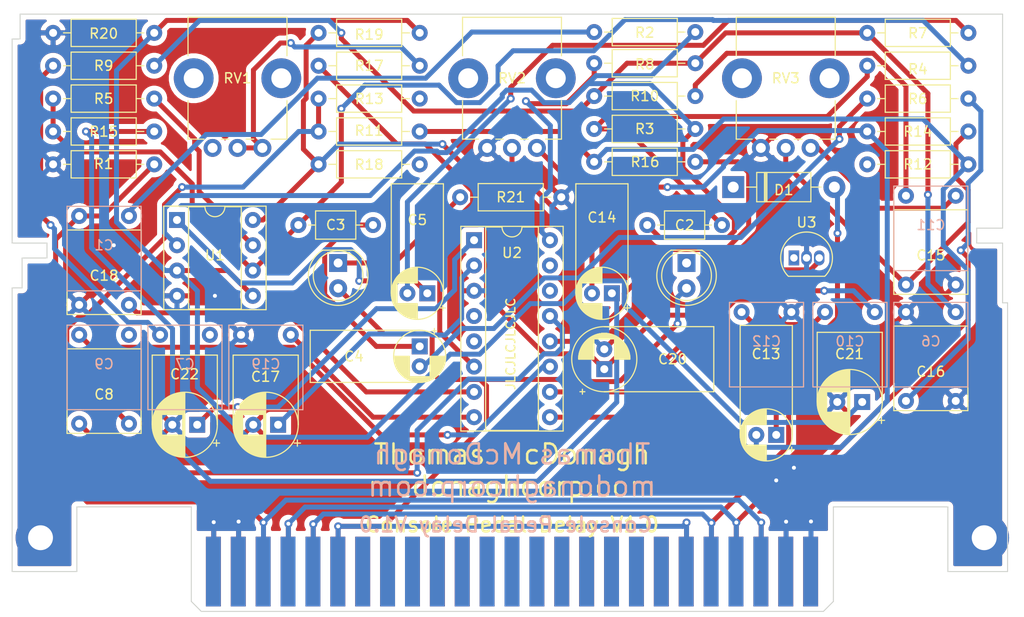
<source format=kicad_pcb>
(kicad_pcb (version 20171130) (host pcbnew "(5.1.7)-1")
  (layers (0 F.Cu signal) (1 In1.Cu signal) (2 In2.Cu signal) (31 B.Cu signal) (34 B.Paste user) (35 F.Paste user) (36 B.SilkS user) (37 F.SilkS user) (38 B.Mask user) (39 F.Mask user) (44 Edge.Cuts user))
  (net 0 "")
  (net 1 GND)
  (net 2 /LEDPower)
  (net 3 /Input)
  (net 4 /Output)
  (net 5 +9V)
  (net 6 "Net-(D1-Pad1)")
  (net 7 "Net-(C2-Pad1)")
  (net 8 "Net-(C2-Pad2)")
  (net 9 "Net-(C3-Pad1)")
  (net 10 "Net-(C5-Pad2)")
  (net 11 "Net-(C1-Pad1)")
  (net 12 "Net-(C3-Pad2)")
  (net 13 "Net-(C4-Pad2)")
  (net 14 "Net-(C6-Pad1)")
  (net 15 /pin16)
  (net 16 /pin15)
  (net 17 /pin14)
  (net 18 /pin13)
  (net 19 /pin11)
  (net 20 /pin12)
  (net 21 /pin10)
  (net 22 /pin9)
  (net 23 "Net-(C11-Pad2)")
  (net 24 "Net-(C11-Pad1)")
  (net 25 "Net-(C12-Pad2)")
  (net 26 "Net-(C13-Pad2)")
  (net 27 "Net-(C14-Pad1)")
  (net 28 "Net-(C14-Pad2)")
  (net 29 "Net-(C15-Pad2)")
  (net 30 "Net-(C16-Pad2)")
  (net 31 /pin2)
  (net 32 /pin7)
  (net 33 /pin8)
  (net 34 "Net-(C20-Pad1)")
  (net 35 /VREF)
  (net 36 /5V)
  (net 37 "Net-(D2-Pad1)")
  (net 38 /pin6)
  (net 39 "Net-(R17-Pad2)")
  (net 40 /pin4)
  (module LED_THT:LED_D5.0mm (layer F.Cu) (at 115.25 95 270)
    (fp_text reference D3 hide)
    (fp_text value LED)
    (pad 1 thru_hole rect (at 0 0 270) (size 1.8 1.8) (drill 0.9) (layers *.Cu *.Mask) (net 37 "Net-(D2-Pad1)"))
    (pad 2 thru_hole circle (at 2.54 0 270) (size 1.8 1.8) (drill 0.9) (layers *.Cu *.Mask) (net 2 /LEDPower))
  )
  (module LED_THT:LED_D5.0mm (layer F.Cu) (at 150.25 95 270)
    (fp_text reference D2 hide)
    (fp_text value LED)
    (pad 2 thru_hole circle (at 2.54 0 270) (size 1.8 1.8) (drill 0.9) (layers *.Cu *.Mask) (net 2 /LEDPower))
    (pad 1 thru_hole rect (at 0 0 270) (size 1.8 1.8) (drill 0.9) (layers *.Cu *.Mask) (net 37 "Net-(D2-Pad1)"))
  )
  (module libraries:N64-Connector (layer F.Cu) (at 132.715 126)
    (fp_text reference J1 hide)
    (fp_text value Conn_02x25_Counter_Clockwise)
    (pad 1 connect rect (at -30 0) (size 1.5 7) (layers F.Cu F.Mask) (net 1 GND))
    (pad 2 connect rect (at -27.5 0) (size 1.5 7) (layers F.Cu F.Mask) (net 1 GND))
    (pad 3 connect rect (at -25 0) (size 1.5 7) (layers F.Cu F.Mask) (net 3 /Input))
    (pad 4 connect rect (at -22.5 0) (size 1.5 7) (layers F.Cu F.Mask) (net 4 /Output))
    (pad 5 connect rect (at -20 0) (size 1.5 7) (layers F.Cu F.Mask) (net 5 +9V))
    (pad 6 connect rect (at -17.5 0) (size 1.5 7) (layers F.Cu F.Mask) (net 2 /LEDPower))
    (pad 7 connect rect (at -15 0) (size 1.5 7) (layers F.Cu F.Mask))
    (pad 8 connect rect (at -12.5 0) (size 1.5 7) (layers F.Cu F.Mask))
    (pad 9 connect rect (at -10 0) (size 1.5 7) (layers F.Cu F.Mask))
    (pad 10 connect rect (at -7.5 0) (size 1.5 7) (layers F.Cu F.Mask))
    (pad 11 connect rect (at -5 0) (size 1.5 7) (layers F.Cu F.Mask))
    (pad 12 connect rect (at -2.5 0) (size 1.5 7) (layers F.Cu F.Mask))
    (pad 13 connect rect (at 0 0) (size 1.5 7) (layers F.Cu F.Mask))
    (pad 14 connect rect (at 2.5 0) (size 1.5 7) (layers F.Cu F.Mask))
    (pad 15 connect rect (at 5 0) (size 1.5 7) (layers F.Cu F.Mask))
    (pad 16 connect rect (at 7.5 0) (size 1.5 7) (layers F.Cu F.Mask))
    (pad 17 connect rect (at 10 0) (size 1.5 7) (layers F.Cu F.Mask))
    (pad 18 connect rect (at 12.5 0) (size 1.5 7) (layers F.Cu F.Mask))
    (pad 19 connect rect (at 15 0) (size 1.5 7) (layers F.Cu F.Mask))
    (pad 20 connect rect (at 17.5 0) (size 1.5 7) (layers F.Cu F.Mask) (net 2 /LEDPower))
    (pad 21 connect rect (at 20 0) (size 1.5 7) (layers F.Cu F.Mask) (net 5 +9V))
    (pad 22 connect rect (at 22.5 0) (size 1.5 7) (layers F.Cu F.Mask) (net 4 /Output))
    (pad 23 connect rect (at 25 0) (size 1.5 7) (layers F.Cu F.Mask) (net 3 /Input))
    (pad 24 connect rect (at 27.5 0) (size 1.5 7) (layers F.Cu F.Mask) (net 1 GND))
    (pad 25 connect rect (at 30 0) (size 1.5 7) (layers F.Cu F.Mask) (net 1 GND))
    (pad 26 connect rect (at -30 0) (size 1.5 7) (layers B.Cu B.Mask) (net 1 GND))
    (pad 27 connect rect (at -27.5 0) (size 1.5 7) (layers B.Cu B.Mask) (net 1 GND))
    (pad 28 connect rect (at -25 0) (size 1.5 7) (layers B.Cu B.Mask) (net 3 /Input))
    (pad 29 connect rect (at -22.5 0) (size 1.5 7) (layers B.Cu B.Mask) (net 4 /Output))
    (pad 30 connect rect (at -20 0) (size 1.5 7) (layers B.Cu B.Mask) (net 5 +9V))
    (pad 31 connect rect (at -17.5 0) (size 1.5 7) (layers B.Cu B.Mask) (net 2 /LEDPower))
    (pad 32 connect rect (at -15 0) (size 1.5 7) (layers B.Cu B.Mask))
    (pad 33 connect rect (at -12.5 0) (size 1.5 7) (layers B.Cu B.Mask))
    (pad 34 connect rect (at -10 0) (size 1.5 7) (layers B.Cu B.Mask))
    (pad 35 connect rect (at -7.5 0) (size 1.5 7) (layers B.Cu B.Mask))
    (pad 36 connect rect (at -5 0) (size 1.5 7) (layers B.Cu B.Mask))
    (pad 37 connect rect (at -2.5 0) (size 1.5 7) (layers B.Cu B.Mask))
    (pad 38 connect rect (at 0 0) (size 1.5 7) (layers B.Cu B.Mask))
    (pad 39 connect rect (at 2.5 0) (size 1.5 7) (layers B.Cu B.Mask))
    (pad 40 connect rect (at 5 0) (size 1.5 7) (layers B.Cu B.Mask))
    (pad 41 connect rect (at 7.5 0) (size 1.5 7) (layers B.Cu B.Mask))
    (pad 42 connect rect (at 10 0) (size 1.5 7) (layers B.Cu B.Mask))
    (pad 43 connect rect (at 12.5 0) (size 1.5 7) (layers B.Cu B.Mask))
    (pad 44 connect rect (at 15 0) (size 1.5 7) (layers B.Cu B.Mask))
    (pad 45 connect rect (at 17.5 0) (size 1.5 7) (layers B.Cu B.Mask) (net 2 /LEDPower))
    (pad 46 connect rect (at 20 0) (size 1.5 7) (layers B.Cu B.Mask) (net 5 +9V))
    (pad 47 connect rect (at 22.5 0) (size 1.5 7) (layers B.Cu B.Mask) (net 4 /Output))
    (pad 48 connect rect (at 25 0) (size 1.5 7) (layers B.Cu B.Mask) (net 3 /Input))
    (pad 49 connect rect (at 27.5 0) (size 1.5 7) (layers B.Cu B.Mask) (net 1 GND))
    (pad 50 connect rect (at 30 0) (size 1.5 7) (layers B.Cu B.Mask) (net 1 GND))
  )
  (module MountingHole:MountingHole_2.5mm_Pad (layer F.Cu) (at 85.35 122.6)
    (fp_text reference H1 hide)
    (fp_text value MountingHole_Pad)
    (pad 1 thru_hole circle (at 0 0) (size 5 5) (drill 2.5) (layers *.Cu *.Mask) (net 1 GND))
  )
  (module MountingHole:MountingHole_2.5mm_Pad (layer F.Cu) (at 180.15 122.6)
    (fp_text reference H2 hide)
    (fp_text value MountingHole_Pad)
    (pad 1 thru_hole circle (at 0 0) (size 5 5) (drill 2.5) (layers *.Cu *.Mask) (net 1 GND))
  )
  (module Resistor_THT:R_Axial_DIN0207_L6.3mm_D2.5mm_P10.16mm_Horizontal (layer F.Cu) (at 137.668 88.392 180)
    (fp_text reference R21 (at 5.08 0) (layer F.SilkS))
    (fp_text value 100K)
    (pad 1 thru_hole circle (at 0 0 180) (size 1.6 1.6) (drill 0.8) (layers *.Cu *.Mask) (net 1 GND))
    (pad 2 thru_hole oval (at 10.16 0 180) (size 1.6 1.6) (drill 0.8) (layers *.Cu *.Mask) (net 37 "Net-(D2-Pad1)"))
  )
  (module libraries:C_Flat_L7.2_H6.5 (layer B.Cu) (at 94.234 90.678 180)
    (fp_text reference C1 (at 2.5 -2.54) (layer B.SilkS) (effects (justify mirror)))
    (fp_text value 22nF)
    (pad 1 thru_hole circle (at 0 0.4 180) (size 1.6 1.6) (drill 0.8) (layers *.Cu *.Mask) (net 11 "Net-(C1-Pad1)"))
    (pad 2 thru_hole circle (at 5 0.4 180) (size 1.6 1.6) (drill 0.8) (layers *.Cu *.Mask) (net 3 /Input))
  )
  (module Capacitor_THT:C_Axial_L3.8mm_D2.6mm_P7.50mm_Horizontal (layer F.Cu) (at 146.304 91.186)
    (fp_text reference C2 (at 3.75 0.020999) (layer F.SilkS))
    (fp_text value 47pF)
    (pad 1 thru_hole circle (at 0 0) (size 1.6 1.6) (drill 0.8) (layers *.Cu *.Mask) (net 7 "Net-(C2-Pad1)"))
    (pad 2 thru_hole oval (at 7.5 0) (size 1.6 1.6) (drill 0.8) (layers *.Cu *.Mask) (net 8 "Net-(C2-Pad2)"))
  )
  (module Capacitor_THT:C_Axial_L3.8mm_D2.6mm_P7.50mm_Horizontal (layer F.Cu) (at 111.252 91.186)
    (fp_text reference C3 (at 3.75 -0.009001) (layer F.SilkS))
    (fp_text value 100pF)
    (pad 2 thru_hole oval (at 7.5 0) (size 1.6 1.6) (drill 0.8) (layers *.Cu *.Mask) (net 12 "Net-(C3-Pad2)"))
    (pad 1 thru_hole circle (at 0 0) (size 1.6 1.6) (drill 0.8) (layers *.Cu *.Mask) (net 9 "Net-(C3-Pad1)"))
  )
  (module libraries:C_Flat_L7.2_H6.5 (layer B.Cu) (at 177.292 100.33 180)
    (fp_text reference C6 (at 2.5 -2.54) (layer B.SilkS) (effects (justify mirror)))
    (fp_text value 4.7nF)
    (pad 2 thru_hole circle (at 5 0.4 180) (size 1.6 1.6) (drill 0.8) (layers *.Cu *.Mask) (net 1 GND))
    (pad 1 thru_hole circle (at 0 0.4 180) (size 1.6 1.6) (drill 0.8) (layers *.Cu *.Mask) (net 14 "Net-(C6-Pad1)"))
  )
  (module libraries:C_Flat_L7.2_H6.5 (layer B.Cu) (at 102.362 102.616 180)
    (fp_text reference C7 (at 2.5 -2.54) (layer B.SilkS) (effects (justify mirror)))
    (fp_text value 2.2nF)
    (pad 1 thru_hole circle (at 0 0.4 180) (size 1.6 1.6) (drill 0.8) (layers *.Cu *.Mask) (net 15 /pin16))
    (pad 2 thru_hole circle (at 5 0.4 180) (size 1.6 1.6) (drill 0.8) (layers *.Cu *.Mask) (net 16 /pin15))
  )
  (module libraries:C_Flat_L7.2_H6.5 (layer F.Cu) (at 94.234 110.744 180)
    (fp_text reference C8 (at 2.5 2.54) (layer F.SilkS))
    (fp_text value 2.2nF)
    (pad 1 thru_hole circle (at 0 -0.4 180) (size 1.6 1.6) (drill 0.8) (layers *.Cu *.Mask) (net 17 /pin14))
    (pad 2 thru_hole circle (at 5 -0.4 180) (size 1.6 1.6) (drill 0.8) (layers *.Cu *.Mask) (net 18 /pin13))
  )
  (module libraries:C_Flat_L7.2_H6.5 (layer B.Cu) (at 94.234 102.616 180)
    (fp_text reference C9 (at 2.5 -2.54) (layer B.SilkS) (effects (justify mirror)))
    (fp_text value 100nF)
    (pad 2 thru_hole circle (at 5 0.4 180) (size 1.6 1.6) (drill 0.8) (layers *.Cu *.Mask) (net 19 /pin11))
    (pad 1 thru_hole circle (at 0 0.4 180) (size 1.6 1.6) (drill 0.8) (layers *.Cu *.Mask) (net 20 /pin12))
  )
  (module libraries:C_Flat_L7.2_H6.5 (layer B.Cu) (at 169.164 100.33 180)
    (fp_text reference C10 (at 2.5 -2.54) (layer B.SilkS) (effects (justify mirror)))
    (fp_text value 100nF)
    (pad 1 thru_hole circle (at 0 0.4 180) (size 1.6 1.6) (drill 0.8) (layers *.Cu *.Mask) (net 21 /pin10))
    (pad 2 thru_hole circle (at 5 0.4 180) (size 1.6 1.6) (drill 0.8) (layers *.Cu *.Mask) (net 22 /pin9))
  )
  (module libraries:C_Flat_L7.2_H6.5 (layer B.Cu) (at 177.292 88.646 180)
    (fp_text reference C11 (at 2.5 -2.54) (layer B.SilkS) (effects (justify mirror)))
    (fp_text value 22nF)
    (pad 2 thru_hole circle (at 5 0.4 180) (size 1.6 1.6) (drill 0.8) (layers *.Cu *.Mask) (net 23 "Net-(C11-Pad2)"))
    (pad 1 thru_hole circle (at 0 0.4 180) (size 1.6 1.6) (drill 0.8) (layers *.Cu *.Mask) (net 24 "Net-(C11-Pad1)"))
  )
  (module libraries:C_Flat_L7.2_H6.5 (layer B.Cu) (at 160.782 100.33 180)
    (fp_text reference C12 (at 2.5 -2.54) (layer B.SilkS) (effects (justify mirror)))
    (fp_text value 10nF)
    (pad 2 thru_hole circle (at 5 0.4 180) (size 1.6 1.6) (drill 0.8) (layers *.Cu *.Mask) (net 25 "Net-(C12-Pad2)"))
    (pad 1 thru_hole circle (at 0 0.4 180) (size 1.6 1.6) (drill 0.8) (layers *.Cu *.Mask) (net 1 GND))
  )
  (module libraries:C_Flat_L7.2_H6.5 (layer F.Cu) (at 177.292 96.774 180)
    (fp_text reference C15 (at 2.5 2.54) (layer F.SilkS))
    (fp_text value 47nF)
    (pad 1 thru_hole circle (at 0 -0.4 180) (size 1.6 1.6) (drill 0.8) (layers *.Cu *.Mask) (net 1 GND))
    (pad 2 thru_hole circle (at 5 -0.4 180) (size 1.6 1.6) (drill 0.8) (layers *.Cu *.Mask) (net 29 "Net-(C15-Pad2)"))
  )
  (module libraries:C_Flat_L7.2_H6.5 (layer F.Cu) (at 177.292 108.458 180)
    (fp_text reference C16 (at 2.5 2.54) (layer F.SilkS))
    (fp_text value 15nF)
    (pad 1 thru_hole circle (at 0 -0.4 180) (size 1.6 1.6) (drill 0.8) (layers *.Cu *.Mask) (net 1 GND))
    (pad 2 thru_hole circle (at 5 -0.4 180) (size 1.6 1.6) (drill 0.8) (layers *.Cu *.Mask) (net 30 "Net-(C16-Pad2)"))
  )
  (module libraries:C_Flat_L7.2_H6.5 (layer F.Cu) (at 94.234 98.806 180)
    (fp_text reference C18 (at 2.5 2.54) (layer F.SilkS))
    (fp_text value 100nF)
    (pad 2 thru_hole circle (at 5 -0.4 180) (size 1.6 1.6) (drill 0.8) (layers *.Cu *.Mask) (net 1 GND))
    (pad 1 thru_hole circle (at 0 -0.4 180) (size 1.6 1.6) (drill 0.8) (layers *.Cu *.Mask) (net 32 /pin7))
  )
  (module libraries:C_Flat_L7.2_H6.5 (layer B.Cu) (at 110.49 102.616 180)
    (fp_text reference C19 (at 2.5 -2.54) (layer B.SilkS) (effects (justify mirror)))
    (fp_text value 100nF)
    (pad 2 thru_hole circle (at 5 0.4 180) (size 1.6 1.6) (drill 0.8) (layers *.Cu *.Mask) (net 1 GND))
    (pad 1 thru_hole circle (at 0 0.4 180) (size 1.6 1.6) (drill 0.8) (layers *.Cu *.Mask) (net 33 /pin8))
  )
  (module Diode_THT:D_DO-41_SOD81_P10.16mm_Horizontal (layer F.Cu) (at 154.94 87.376)
    (fp_text reference D1 (at 5.08 0.294999) (layer F.SilkS))
    (fp_text value 1N5817)
    (pad 1 thru_hole rect (at 0 0) (size 2.2 2.2) (drill 1.1) (layers *.Cu *.Mask) (net 6 "Net-(D1-Pad1)"))
    (pad 2 thru_hole oval (at 10.16 0) (size 2.2 2.2) (drill 1.1) (layers *.Cu *.Mask) (net 5 +9V))
  )
  (module Resistor_THT:R_Axial_DIN0207_L6.3mm_D2.5mm_P10.16mm_Horizontal (layer F.Cu) (at 86.614 85.09)
    (fp_text reference R1 (at 5.08 -0.045001) (layer F.SilkS))
    (fp_text value 1M)
    (pad 1 thru_hole circle (at 0 0) (size 1.6 1.6) (drill 0.8) (layers *.Cu *.Mask) (net 1 GND))
    (pad 2 thru_hole oval (at 10.16 0) (size 1.6 1.6) (drill 0.8) (layers *.Cu *.Mask) (net 3 /Input))
  )
  (module Resistor_THT:R_Axial_DIN0207_L6.3mm_D2.5mm_P10.16mm_Horizontal (layer F.Cu) (at 140.97 71.8)
    (fp_text reference R2 (at 5.08 0.056999) (layer F.SilkS))
    (fp_text value 180K)
    (pad 2 thru_hole oval (at 10.16 0) (size 1.6 1.6) (drill 0.8) (layers *.Cu *.Mask) (net 7 "Net-(C2-Pad1)"))
    (pad 1 thru_hole circle (at 0 0) (size 1.6 1.6) (drill 0.8) (layers *.Cu *.Mask) (net 11 "Net-(C1-Pad1)"))
  )
  (module Resistor_THT:R_Axial_DIN0207_L6.3mm_D2.5mm_P10.16mm_Horizontal (layer F.Cu) (at 140.97 81.534)
    (fp_text reference R3 (at 5.08 -0.000001) (layer F.SilkS))
    (fp_text value 360K)
    (pad 1 thru_hole circle (at 0 0) (size 1.6 1.6) (drill 0.8) (layers *.Cu *.Mask) (net 8 "Net-(C2-Pad2)"))
    (pad 2 thru_hole oval (at 10.16 0) (size 1.6 1.6) (drill 0.8) (layers *.Cu *.Mask) (net 7 "Net-(C2-Pad1)"))
  )
  (module Resistor_THT:R_Axial_DIN0207_L6.3mm_D2.5mm_P10.16mm_Horizontal (layer F.Cu) (at 168.402 75.184)
    (fp_text reference R4 (at 5.08 0.349999) (layer F.SilkS))
    (fp_text value 22K)
    (pad 1 thru_hole circle (at 0 0) (size 1.6 1.6) (drill 0.8) (layers *.Cu *.Mask) (net 8 "Net-(C2-Pad2)"))
    (pad 2 thru_hole oval (at 10.16 0) (size 1.6 1.6) (drill 0.8) (layers *.Cu *.Mask) (net 9 "Net-(C3-Pad1)"))
  )
  (module Resistor_THT:R_Axial_DIN0207_L6.3mm_D2.5mm_P10.16mm_Horizontal (layer F.Cu) (at 86.614 78.486)
    (fp_text reference R5 (at 5.08 0.013999) (layer F.SilkS))
    (fp_text value 12K)
    (pad 1 thru_hole circle (at 0 0) (size 1.6 1.6) (drill 0.8) (layers *.Cu *.Mask) (net 9 "Net-(C3-Pad1)"))
    (pad 2 thru_hole oval (at 10.16 0) (size 1.6 1.6) (drill 0.8) (layers *.Cu *.Mask) (net 12 "Net-(C3-Pad2)"))
  )
  (module Resistor_THT:R_Axial_DIN0207_L6.3mm_D2.5mm_P10.16mm_Horizontal (layer F.Cu) (at 168.402 78.486)
    (fp_text reference R6 (at 5.071999 0.027999) (layer F.SilkS))
    (fp_text value 1K)
    (pad 1 thru_hole circle (at 0 0) (size 1.6 1.6) (drill 0.8) (layers *.Cu *.Mask) (net 13 "Net-(C4-Pad2)"))
    (pad 2 thru_hole oval (at 10.16 0) (size 1.6 1.6) (drill 0.8) (layers *.Cu *.Mask) (net 4 /Output))
  )
  (module Resistor_THT:R_Axial_DIN0207_L6.3mm_D2.5mm_P10.16mm_Horizontal (layer F.Cu) (at 168.402 71.882)
    (fp_text reference R7 (at 5.08 0.028999) (layer F.SilkS))
    (fp_text value 10K)
    (pad 1 thru_hole circle (at 0 0) (size 1.6 1.6) (drill 0.8) (layers *.Cu *.Mask) (net 14 "Net-(C6-Pad1)"))
    (pad 2 thru_hole oval (at 10.16 0) (size 1.6 1.6) (drill 0.8) (layers *.Cu *.Mask) (net 10 "Net-(C5-Pad2)"))
  )
  (module Resistor_THT:R_Axial_DIN0207_L6.3mm_D2.5mm_P10.16mm_Horizontal (layer F.Cu) (at 140.97 74.93)
    (fp_text reference R8 (at 5.08 0.109999) (layer F.SilkS))
    (fp_text value 10K)
    (pad 2 thru_hole oval (at 10.16 0) (size 1.6 1.6) (drill 0.8) (layers *.Cu *.Mask) (net 14 "Net-(C6-Pad1)"))
    (pad 1 thru_hole circle (at 0 0) (size 1.6 1.6) (drill 0.8) (layers *.Cu *.Mask) (net 15 /pin16))
  )
  (module Resistor_THT:R_Axial_DIN0207_L6.3mm_D2.5mm_P10.16mm_Horizontal (layer F.Cu) (at 96.774 75.184 180)
    (fp_text reference R9 (at 5.08 -0.000001) (layer F.SilkS))
    (fp_text value 10K)
    (pad 2 thru_hole oval (at 10.16 0 180) (size 1.6 1.6) (drill 0.8) (layers *.Cu *.Mask) (net 16 /pin15))
    (pad 1 thru_hole circle (at 0 0 180) (size 1.6 1.6) (drill 0.8) (layers *.Cu *.Mask) (net 14 "Net-(C6-Pad1)"))
  )
  (module Resistor_THT:R_Axial_DIN0207_L6.3mm_D2.5mm_P10.16mm_Horizontal (layer F.Cu) (at 140.97 78.232)
    (fp_text reference R10 (at 5.08 -0.003001) (layer F.SilkS))
    (fp_text value 5.1K)
    (pad 1 thru_hole circle (at 0 0) (size 1.6 1.6) (drill 0.8) (layers *.Cu *.Mask) (net 14 "Net-(C6-Pad1)"))
    (pad 2 thru_hole oval (at 10.16 0) (size 1.6 1.6) (drill 0.8) (layers *.Cu *.Mask) (net 23 "Net-(C11-Pad2)"))
  )
  (module Resistor_THT:R_Axial_DIN0207_L6.3mm_D2.5mm_P10.16mm_Horizontal (layer F.Cu) (at 113.284 81.788)
    (fp_text reference R11 (at 5.08 -0.084001) (layer F.SilkS))
    (fp_text value 20K)
    (pad 1 thru_hole circle (at 0 0) (size 1.6 1.6) (drill 0.8) (layers *.Cu *.Mask) (net 17 /pin14))
    (pad 2 thru_hole oval (at 10.16 0) (size 1.6 1.6) (drill 0.8) (layers *.Cu *.Mask) (net 30 "Net-(C16-Pad2)"))
  )
  (module Resistor_THT:R_Axial_DIN0207_L6.3mm_D2.5mm_P10.16mm_Horizontal (layer F.Cu) (at 168.402 85.09)
    (fp_text reference R12 (at 5.08 -0.001001) (layer F.SilkS))
    (fp_text value 10K)
    (pad 2 thru_hole oval (at 10.16 0) (size 1.6 1.6) (drill 0.8) (layers *.Cu *.Mask) (net 30 "Net-(C16-Pad2)"))
    (pad 1 thru_hole circle (at 0 0) (size 1.6 1.6) (drill 0.8) (layers *.Cu *.Mask) (net 18 /pin13))
  )
  (module Resistor_THT:R_Axial_DIN0207_L6.3mm_D2.5mm_P10.16mm_Horizontal (layer F.Cu) (at 113.284 78.486)
    (fp_text reference R13 (at 5.096999 0.027999) (layer F.SilkS))
    (fp_text value 1K)
    (pad 2 thru_hole oval (at 10.16 0) (size 1.6 1.6) (drill 0.8) (layers *.Cu *.Mask) (net 25 "Net-(C12-Pad2)"))
    (pad 1 thru_hole circle (at 0 0) (size 1.6 1.6) (drill 0.8) (layers *.Cu *.Mask) (net 17 /pin14))
  )
  (module Resistor_THT:R_Axial_DIN0207_L6.3mm_D2.5mm_P10.16mm_Horizontal (layer F.Cu) (at 168.402 81.788)
    (fp_text reference R14 (at 5.08 0.013999) (layer F.SilkS))
    (fp_text value 2K)
    (pad 2 thru_hole oval (at 10.16 0) (size 1.6 1.6) (drill 0.8) (layers *.Cu *.Mask) (net 29 "Net-(C15-Pad2)"))
    (pad 1 thru_hole circle (at 0 0) (size 1.6 1.6) (drill 0.8) (layers *.Cu *.Mask) (net 26 "Net-(C13-Pad2)"))
  )
  (module Resistor_THT:R_Axial_DIN0207_L6.3mm_D2.5mm_P10.16mm_Horizontal (layer F.Cu) (at 86.614 81.788)
    (fp_text reference R15 (at 5.084999 0.012999) (layer F.SilkS))
    (fp_text value 20K)
    (pad 2 thru_hole oval (at 10.16 0) (size 1.6 1.6) (drill 0.8) (layers *.Cu *.Mask) (net 27 "Net-(C14-Pad1)"))
    (pad 1 thru_hole circle (at 0 0) (size 1.6 1.6) (drill 0.8) (layers *.Cu *.Mask) (net 9 "Net-(C3-Pad1)"))
  )
  (module Resistor_THT:R_Axial_DIN0207_L6.3mm_D2.5mm_P10.16mm_Horizontal (layer F.Cu) (at 140.97 84.836)
    (fp_text reference R16 (at 5.109999 0.012999) (layer F.SilkS))
    (fp_text value 10K)
    (pad 2 thru_hole oval (at 10.16 0) (size 1.6 1.6) (drill 0.8) (layers *.Cu *.Mask) (net 20 /pin12))
    (pad 1 thru_hole circle (at 0 0) (size 1.6 1.6) (drill 0.8) (layers *.Cu *.Mask) (net 30 "Net-(C16-Pad2)"))
  )
  (module Resistor_THT:R_Axial_DIN0207_L6.3mm_D2.5mm_P10.16mm_Horizontal (layer F.Cu) (at 113.284 75.184)
    (fp_text reference R17 (at 5.08 -0.001001) (layer F.SilkS))
    (fp_text value 2.2K)
    (pad 1 thru_hole circle (at 0 0) (size 1.6 1.6) (drill 0.8) (layers *.Cu *.Mask) (net 38 /pin6))
    (pad 2 thru_hole oval (at 10.16 0) (size 1.6 1.6) (drill 0.8) (layers *.Cu *.Mask) (net 39 "Net-(R17-Pad2)"))
  )
  (module Resistor_THT:R_Axial_DIN0207_L6.3mm_D2.5mm_P10.16mm_Horizontal (layer F.Cu) (at 113.284 85.09)
    (fp_text reference R18 (at 5.08 0.026999) (layer F.SilkS))
    (fp_text value 33)
    (pad 2 thru_hole oval (at 10.16 0) (size 1.6 1.6) (drill 0.8) (layers *.Cu *.Mask) (net 6 "Net-(D1-Pad1)"))
    (pad 1 thru_hole circle (at 0 0) (size 1.6 1.6) (drill 0.8) (layers *.Cu *.Mask) (net 34 "Net-(C20-Pad1)"))
  )
  (module Resistor_THT:R_Axial_DIN0207_L6.3mm_D2.5mm_P10.16mm_Horizontal (layer F.Cu) (at 113.284 71.882)
    (fp_text reference R19 (at 5.08 0.169999) (layer F.SilkS))
    (fp_text value 10K)
    (pad 2 thru_hole oval (at 10.16 0) (size 1.6 1.6) (drill 0.8) (layers *.Cu *.Mask) (net 35 /VREF))
    (pad 1 thru_hole circle (at 0 0) (size 1.6 1.6) (drill 0.8) (layers *.Cu *.Mask) (net 34 "Net-(C20-Pad1)"))
  )
  (module Resistor_THT:R_Axial_DIN0207_L6.3mm_D2.5mm_P10.16mm_Horizontal (layer F.Cu) (at 96.774 71.882 180)
    (fp_text reference R20 (at 5.08 -0.070001) (layer F.SilkS))
    (fp_text value 10K)
    (pad 1 thru_hole circle (at 0 0 180) (size 1.6 1.6) (drill 0.8) (layers *.Cu *.Mask) (net 35 /VREF))
    (pad 2 thru_hole oval (at 10.16 0 180) (size 1.6 1.6) (drill 0.8) (layers *.Cu *.Mask) (net 1 GND))
  )
  (module Potentiometer_THT:Potentiometer_Bourns_PTV09A-1_Single_Vertical (layer F.Cu) (at 107.639 83.439 90)
    (fp_text reference RV1 (at 7 -2.5 180) (layer F.SilkS))
    (fp_text value "Delay 50KB")
    (pad 3 thru_hole circle (at 0 -5 90) (size 1.8 1.8) (drill 1) (layers *.Cu *.Mask) (net 40 /pin4))
    (pad 2 thru_hole circle (at 0 -2.5 90) (size 1.8 1.8) (drill 1) (layers *.Cu *.Mask) (net 39 "Net-(R17-Pad2)"))
    (pad 1 thru_hole circle (at 0 0 90) (size 1.8 1.8) (drill 1) (layers *.Cu *.Mask) (net 39 "Net-(R17-Pad2)"))
    (pad "" np_thru_hole circle (at 7 -6.9 90) (size 4 4) (drill 2) (layers *.Cu *.Mask))
    (pad "" np_thru_hole circle (at 7 1.9 90) (size 4 4) (drill 2) (layers *.Cu *.Mask))
  )
  (module Potentiometer_THT:Potentiometer_Bourns_PTV09A-1_Single_Vertical (layer F.Cu) (at 135.215 83.439 90)
    (fp_text reference RV2 (at 7 -2.5 180) (layer F.SilkS))
    (fp_text value "Level 50KB")
    (pad "" np_thru_hole circle (at 7 1.9 90) (size 4 4) (drill 2) (layers *.Cu *.Mask))
    (pad "" np_thru_hole circle (at 7 -6.9 90) (size 4 4) (drill 2) (layers *.Cu *.Mask))
    (pad 1 thru_hole circle (at 0 0 90) (size 1.8 1.8) (drill 1) (layers *.Cu *.Mask) (net 26 "Net-(C13-Pad2)"))
    (pad 2 thru_hole circle (at 0 -2.5 90) (size 1.8 1.8) (drill 1) (layers *.Cu *.Mask) (net 28 "Net-(C14-Pad2)"))
    (pad 3 thru_hole circle (at 0 -5 90) (size 1.8 1.8) (drill 1) (layers *.Cu *.Mask) (net 1 GND))
  )
  (module Potentiometer_THT:Potentiometer_Bourns_PTV09A-1_Single_Vertical (layer F.Cu) (at 162.715 83.439 90)
    (fp_text reference RV3 (at 7 -2.5 180) (layer F.SilkS))
    (fp_text value "Repeat 50KB")
    (pad 3 thru_hole circle (at 0 -5 90) (size 1.8 1.8) (drill 1) (layers *.Cu *.Mask) (net 1 GND))
    (pad 2 thru_hole circle (at 0 -2.5 90) (size 1.8 1.8) (drill 1) (layers *.Cu *.Mask) (net 29 "Net-(C15-Pad2)"))
    (pad 1 thru_hole circle (at 0 0 90) (size 1.8 1.8) (drill 1) (layers *.Cu *.Mask) (net 24 "Net-(C11-Pad1)"))
    (pad "" np_thru_hole circle (at 7 -6.9 90) (size 4 4) (drill 2) (layers *.Cu *.Mask))
    (pad "" np_thru_hole circle (at 7 1.9 90) (size 4 4) (drill 2) (layers *.Cu *.Mask))
  )
  (module Package_TO_SOT_THT:TO-92_Inline (layer F.Cu) (at 161.036 94.488)
    (fp_text reference U3 (at 1.27 -3.56) (layer F.SilkS))
    (fp_text value L78L05_TO92)
    (pad 2 thru_hole oval (at 1.27 0) (size 1.05 1.5) (drill 0.75) (layers *.Cu *.Mask) (net 1 GND))
    (pad 3 thru_hole oval (at 2.54 0) (size 1.05 1.5) (drill 0.75) (layers *.Cu *.Mask) (net 34 "Net-(C20-Pad1)"))
    (pad 1 thru_hole rect (at 0 0) (size 1.05 1.5) (drill 0.75) (layers *.Cu *.Mask) (net 36 /5V))
  )
  (module Package_DIP:DIP-8_W7.62mm_Socket (layer F.Cu) (at 99.06 90.678)
    (fp_text reference U1 (at 3.81 3.556) (layer F.SilkS))
    (fp_text value TL072)
    (pad 1 thru_hole rect (at 0 0) (size 1.6 1.6) (drill 0.8) (layers *.Cu *.Mask) (net 8 "Net-(C2-Pad2)"))
    (pad 5 thru_hole oval (at 7.62 7.62) (size 1.6 1.6) (drill 0.8) (layers *.Cu *.Mask) (net 35 /VREF))
    (pad 2 thru_hole oval (at 0 2.54) (size 1.6 1.6) (drill 0.8) (layers *.Cu *.Mask) (net 7 "Net-(C2-Pad1)"))
    (pad 6 thru_hole oval (at 7.62 5.08) (size 1.6 1.6) (drill 0.8) (layers *.Cu *.Mask) (net 9 "Net-(C3-Pad1)"))
    (pad 3 thru_hole oval (at 0 5.08) (size 1.6 1.6) (drill 0.8) (layers *.Cu *.Mask) (net 35 /VREF))
    (pad 7 thru_hole oval (at 7.62 2.54) (size 1.6 1.6) (drill 0.8) (layers *.Cu *.Mask) (net 12 "Net-(C3-Pad2)"))
    (pad 4 thru_hole oval (at 0 7.62) (size 1.6 1.6) (drill 0.8) (layers *.Cu *.Mask) (net 1 GND))
    (pad 8 thru_hole oval (at 7.62 0) (size 1.6 1.6) (drill 0.8) (layers *.Cu *.Mask) (net 34 "Net-(C20-Pad1)"))
  )
  (module Package_DIP:DIP-16_W7.62mm_Socket (layer F.Cu) (at 128.905 92.71)
    (fp_text reference U2 (at 3.81 1.27) (layer F.SilkS))
    (fp_text value PT2399)
    (pad 1 thru_hole rect (at 0 0) (size 1.6 1.6) (drill 0.8) (layers *.Cu *.Mask) (net 36 /5V))
    (pad 9 thru_hole oval (at 7.62 17.78) (size 1.6 1.6) (drill 0.8) (layers *.Cu *.Mask) (net 22 /pin9))
    (pad 2 thru_hole oval (at 0 2.54) (size 1.6 1.6) (drill 0.8) (layers *.Cu *.Mask) (net 31 /pin2))
    (pad 10 thru_hole oval (at 7.62 15.24) (size 1.6 1.6) (drill 0.8) (layers *.Cu *.Mask) (net 21 /pin10))
    (pad 3 thru_hole oval (at 0 5.08) (size 1.6 1.6) (drill 0.8) (layers *.Cu *.Mask) (net 1 GND))
    (pad 11 thru_hole oval (at 7.62 12.7) (size 1.6 1.6) (drill 0.8) (layers *.Cu *.Mask) (net 19 /pin11))
    (pad 4 thru_hole oval (at 0 7.62) (size 1.6 1.6) (drill 0.8) (layers *.Cu *.Mask) (net 40 /pin4))
    (pad 12 thru_hole oval (at 7.62 10.16) (size 1.6 1.6) (drill 0.8) (layers *.Cu *.Mask) (net 20 /pin12))
    (pad 5 thru_hole oval (at 0 10.16) (size 1.6 1.6) (drill 0.8) (layers *.Cu *.Mask))
    (pad 13 thru_hole oval (at 7.62 7.62) (size 1.6 1.6) (drill 0.8) (layers *.Cu *.Mask) (net 18 /pin13))
    (pad 6 thru_hole oval (at 0 12.7) (size 1.6 1.6) (drill 0.8) (layers *.Cu *.Mask) (net 38 /pin6))
    (pad 14 thru_hole oval (at 7.62 5.08) (size 1.6 1.6) (drill 0.8) (layers *.Cu *.Mask) (net 17 /pin14))
    (pad 7 thru_hole oval (at 0 15.24) (size 1.6 1.6) (drill 0.8) (layers *.Cu *.Mask) (net 32 /pin7))
    (pad 15 thru_hole oval (at 7.62 2.54) (size 1.6 1.6) (drill 0.8) (layers *.Cu *.Mask) (net 16 /pin15))
    (pad 8 thru_hole oval (at 0 17.78) (size 1.6 1.6) (drill 0.8) (layers *.Cu *.Mask) (net 33 /pin8))
    (pad 16 thru_hole oval (at 7.62 0) (size 1.6 1.6) (drill 0.8) (layers *.Cu *.Mask) (net 15 /pin16))
  )
  (module libraries:CP_Radial_D5.0mm_P2.00mm_L11.0mm (layer F.Cu) (at 123.444 103.378 270)
    (fp_text reference C4 (at 1.016 6.604 180) (layer F.SilkS))
    (fp_text value 1uF)
    (pad 1 thru_hole rect (at 0 0 270) (size 1.6 1.6) (drill 0.8) (layers *.Cu *.Mask) (net 12 "Net-(C3-Pad2)"))
    (pad 2 thru_hole circle (at 2 0 270) (size 1.6 1.6) (drill 0.8) (layers *.Cu *.Mask) (net 13 "Net-(C4-Pad2)"))
  )
  (module libraries:CP_Radial_D5.0mm_P2.00mm_L11.0mm (layer F.Cu) (at 124.206 98.044 180)
    (fp_text reference C5 (at 1 7.366) (layer F.SilkS))
    (fp_text value 1uF)
    (pad 2 thru_hole circle (at 2 0 180) (size 1.6 1.6) (drill 0.8) (layers *.Cu *.Mask) (net 10 "Net-(C5-Pad2)"))
    (pad 1 thru_hole rect (at 0 0 180) (size 1.6 1.6) (drill 0.8) (layers *.Cu *.Mask) (net 8 "Net-(C2-Pad2)"))
  )
  (module libraries:CP_Radial_D5.0mm_P2.00mm_L11.0mm (layer F.Cu) (at 159.258 112.268 180)
    (fp_text reference C13 (at 1.016 8.128) (layer F.SilkS))
    (fp_text value 1uF)
    (pad 2 thru_hole circle (at 2 0 180) (size 1.6 1.6) (drill 0.8) (layers *.Cu *.Mask) (net 26 "Net-(C13-Pad2)"))
    (pad 1 thru_hole rect (at 0 0 180) (size 1.6 1.6) (drill 0.8) (layers *.Cu *.Mask) (net 25 "Net-(C12-Pad2)"))
  )
  (module libraries:CP_Radial_D5.0mm_P2.00mm_L11.0mm (layer F.Cu) (at 142.748 98.044 180)
    (fp_text reference C14 (at 1 7.62) (layer F.SilkS))
    (fp_text value 1uF)
    (pad 1 thru_hole rect (at 0 0 180) (size 1.6 1.6) (drill 0.8) (layers *.Cu *.Mask) (net 27 "Net-(C14-Pad1)"))
    (pad 2 thru_hole circle (at 2 0 180) (size 1.6 1.6) (drill 0.8) (layers *.Cu *.Mask) (net 28 "Net-(C14-Pad2)"))
  )
  (module libraries:CP_Radial_D6.3mm_P2.50mm_L7.0mm (layer F.Cu) (at 109.22 111.252 180)
    (fp_text reference C17 (at 1.27 4.826) (layer F.SilkS))
    (fp_text value 47uF)
    (pad 1 thru_hole rect (at 0 0 180) (size 1.6 1.6) (drill 0.8) (layers *.Cu *.Mask) (net 31 /pin2))
    (pad 2 thru_hole circle (at 2.5 0 180) (size 1.6 1.6) (drill 0.8) (layers *.Cu *.Mask) (net 1 GND))
  )
  (module libraries:CP_Radial_D6.3mm_P2.00mm_L11.0mm (layer F.Cu) (at 141.986 105.664 90)
    (fp_text reference C20 (at 1 6.858 180) (layer F.SilkS))
    (fp_text value 100uF)
    (pad 1 thru_hole rect (at 0 0 90) (size 1.6 1.6) (drill 0.8) (layers *.Cu *.Mask) (net 34 "Net-(C20-Pad1)"))
    (pad 2 thru_hole circle (at 2 0 90) (size 1.6 1.6) (drill 0.8) (layers *.Cu *.Mask) (net 1 GND))
  )
  (module libraries:CP_Radial_D6.3mm_P2.50mm_L7.0mm (layer F.Cu) (at 167.894 108.966 180)
    (fp_text reference C21 (at 1.27 4.826) (layer F.SilkS))
    (fp_text value 47uF)
    (pad 2 thru_hole circle (at 2.5 0 180) (size 1.6 1.6) (drill 0.8) (layers *.Cu *.Mask) (net 1 GND))
    (pad 1 thru_hole rect (at 0 0 180) (size 1.6 1.6) (drill 0.8) (layers *.Cu *.Mask) (net 35 /VREF))
  )
  (module libraries:CP_Radial_D6.3mm_P2.50mm_L7.0mm (layer F.Cu) (at 101.092 111.252 180)
    (fp_text reference C22 (at 1.27 5.08) (layer F.SilkS))
    (fp_text value 47uF)
    (pad 1 thru_hole rect (at 0 0 180) (size 1.6 1.6) (drill 0.8) (layers *.Cu *.Mask) (net 36 /5V))
    (pad 2 thru_hole circle (at 2.5 0 180) (size 1.6 1.6) (drill 0.8) (layers *.Cu *.Mask) (net 1 GND))
  )
  (gr_text JLCJLCJLCJLC (at 132.588 103.124 90) (layer F.SilkS) (effects (font (size 0.9 0.9))))
  (gr_line (start 182 70) (end 83.3 70) (layer Edge.Cuts) (width 0.1))
  (gr_line (start 182 70) (end 182 91.5) (layer Edge.Cuts) (width 0.1))
  (gr_line (start 182 91.5) (end 179.4 91.5) (layer Edge.Cuts) (width 0.1))
  (gr_line (start 179.4 93) (end 179.4 91.5) (layer Edge.Cuts) (width 0.1))
  (gr_line (start 182 93) (end 179.4 93) (layer Edge.Cuts) (width 0.1))
  (gr_line (start 83.3 72.5) (end 83.3 70) (layer Edge.Cuts) (width 0.1))
  (gr_line (start 82.5 72.5) (end 83.3 72.5) (layer Edge.Cuts) (width 0.1))
  (gr_line (start 82.5 93) (end 82.5 72.5) (layer Edge.Cuts) (width 0.1))
  (gr_line (start 86 93) (end 82.5 93) (layer Edge.Cuts) (width 0.1))
  (gr_text "Console Pedal Delay V1.0" (at 132.08 121.285) (layer B.SilkS) (effects (font (size 1.5 1.5) (thickness 0.25)) (justify mirror)))
  (gr_text "Console Pedal Delay V1.0" (at 132.715 121.285) (layer F.SilkS) (effects (font (size 1.5 1.5) (thickness 0.25))))
  (gr_text "Thomas McDonagh\nmcdonaghcorp.com" (at 132.715 115.824) (layer B.SilkS) (effects (font (size 2 2) (thickness 0.25)) (justify mirror)))
  (gr_text "Thomas McDonagh\nmcdonaghcorp.com" (at 132.715 115.824) (layer F.SilkS) (effects (font (size 2 2) (thickness 0.25))))
  (gr_line (start 182 93) (end 182 99) (layer Edge.Cuts) (width 0.1))
  (gr_line (start 182.5 99) (end 182 99) (layer Edge.Cuts) (width 0.1))
  (gr_line (start 182.5 126) (end 182.5 99) (layer Edge.Cuts) (width 0.1))
  (gr_line (start 182.5 126) (end 176.5 126) (layer Edge.Cuts) (width 0.1))
  (gr_line (start 176.5 119.5) (end 176.5 126) (layer Edge.Cuts) (width 0.1))
  (gr_line (start 176.5 119.5) (end 165 119.5) (layer Edge.Cuts) (width 0.1))
  (gr_line (start 165 129) (end 165 119.5) (layer Edge.Cuts) (width 0.1))
  (gr_line (start 165 129) (end 164 130) (layer Edge.Cuts) (width 0.1))
  (gr_line (start 86 94.5) (end 86 93) (layer Edge.Cuts) (width 0.1))
  (gr_line (start 83.5 94.5) (end 86 94.5) (layer Edge.Cuts) (width 0.1))
  (gr_line (start 83.5 97.5) (end 83.5 94.5) (layer Edge.Cuts) (width 0.1))
  (gr_line (start 82.5 97.5) (end 83.5 97.5) (layer Edge.Cuts) (width 0.1))
  (gr_line (start 82.5 126) (end 82.5 97.5) (layer Edge.Cuts) (width 0.1))
  (gr_line (start 89 126) (end 82.5 126) (layer Edge.Cuts) (width 0.1))
  (gr_line (start 89 119.5) (end 89 126) (layer Edge.Cuts) (width 0.1))
  (gr_line (start 100.5 119.5) (end 89 119.5) (layer Edge.Cuts) (width 0.1))
  (gr_line (start 100.5 129) (end 100.5 119.5) (layer Edge.Cuts) (width 0.1))
  (gr_line (start 100.5 129) (end 101.5 130) (layer Edge.Cuts) (width 0.1))
  (gr_line (start 164 130) (end 101.5 130) (layer Edge.Cuts) (width 0.1))
  (segment (start 105.25 126) (end 105.25 120.979) (width 0.5) (layer F.Cu) (net 1))
  (via (at 105.25 120.979) (size 0.8) (drill 0.4) (layers F.Cu B.Cu) (net 1))
  (segment (start 105.25 126) (end 105.25 120.979) (width 0.5) (layer B.Cu) (net 1))
  (segment (start 160.25 126) (end 160.25 120.988) (width 0.5) (layer F.Cu) (net 1))
  (via (at 160.25 120.988) (size 0.8) (drill 0.4) (layers F.Cu B.Cu) (net 1))
  (segment (start 160.25 126) (end 160.25 120.988) (width 0.5) (layer B.Cu) (net 1))
  (segment (start 157.384969 118.122969) (end 160.25 120.988) (width 0.5) (layer B.Cu) (net 1))
  (segment (start 108.106031 118.122969) (end 157.384969 118.122969) (width 0.5) (layer B.Cu) (net 1))
  (segment (start 105.25 120.979) (end 108.106031 118.122969) (width 0.5) (layer B.Cu) (net 1))
  (segment (start 102.75 126) (end 102.75 121.038) (width 0.5) (layer F.Cu) (net 1))
  (via (at 102.75 121.038) (size 0.8) (drill 0.4) (layers F.Cu B.Cu) (net 1))
  (segment (start 102.75 126) (end 102.75 121.038) (width 0.5) (layer B.Cu) (net 1))
  (segment (start 162.75 126) (end 162.75 120.967) (width 0.5) (layer F.Cu) (net 1))
  (via (at 162.75 120.967) (size 0.8) (drill 0.4) (layers F.Cu B.Cu) (net 1))
  (segment (start 162.75 120.967) (end 162.75 126) (width 0.5) (layer B.Cu) (net 1))
  (segment (start 162.729 120.988) (end 162.75 120.967) (width 0.5) (layer B.Cu) (net 1))
  (segment (start 160.25 120.988) (end 162.729 120.988) (width 0.5) (layer B.Cu) (net 1))
  (segment (start 105.191 121.038) (end 105.25 120.979) (width 0.5) (layer B.Cu) (net 1))
  (segment (start 102.75 121.038) (end 105.191 121.038) (width 0.5) (layer B.Cu) (net 1))
  (via (at 102.87 98.298) (size 0.8) (drill 0.4) (layers F.Cu B.Cu) (net 1))
  (via (at 92.71 93.218) (size 0.8) (drill 0.4) (layers F.Cu B.Cu) (net 1))
  (via (at 161.036 115.57) (size 0.8) (drill 0.4) (layers F.Cu B.Cu) (net 1))
  (via (at 159.258 116.84) (size 0.8) (drill 0.4) (layers F.Cu B.Cu) (net 1))
  (segment (start 115.25 126) (end 115.25 121.454) (width 0.5) (layer F.Cu) (net 2))
  (via (at 115.25 121.454) (size 0.8) (drill 0.4) (layers F.Cu B.Cu) (net 2))
  (segment (start 115.25 126) (end 115.25 121.454) (width 0.5) (layer B.Cu) (net 2))
  (segment (start 150.25 126) (end 150.25 121.073) (width 0.5) (layer F.Cu) (net 2))
  (via (at 150.25 121.073) (size 0.8) (drill 0.4) (layers F.Cu B.Cu) (net 2))
  (segment (start 150.25 121.073) (end 150.25 126) (width 0.5) (layer B.Cu) (net 2))
  (segment (start 149.869 121.454) (end 150.25 121.073) (width 0.5) (layer B.Cu) (net 2))
  (segment (start 115.25 121.454) (end 149.869 121.454) (width 0.5) (layer B.Cu) (net 2))
  (segment (start 119.791002 121.454) (end 115.25 121.454) (width 0.5) (layer F.Cu) (net 2))
  (segment (start 130.155001 111.090001) (end 119.791002 121.454) (width 0.5) (layer F.Cu) (net 2))
  (segment (start 130.155001 107.349999) (end 130.155001 111.090001) (width 0.5) (layer F.Cu) (net 2))
  (segment (start 129.505001 106.699999) (end 130.155001 107.349999) (width 0.5) (layer F.Cu) (net 2))
  (segment (start 124.694001 105.978001) (end 125.415999 106.699999) (width 0.5) (layer F.Cu) (net 2))
  (segment (start 124.694001 102.217999) (end 124.694001 105.978001) (width 0.5) (layer F.Cu) (net 2))
  (segment (start 124.604001 102.127999) (end 124.694001 102.217999) (width 0.5) (layer F.Cu) (net 2))
  (segment (start 119.837999 102.127999) (end 124.604001 102.127999) (width 0.5) (layer F.Cu) (net 2))
  (segment (start 115.25 97.54) (end 119.837999 102.127999) (width 0.5) (layer F.Cu) (net 2))
  (segment (start 139.665001 106.699999) (end 126.980001 106.699999) (width 0.5) (layer F.Cu) (net 2))
  (segment (start 143.146001 106.914001) (end 139.879003 106.914001) (width 0.5) (layer F.Cu) (net 2))
  (segment (start 139.879003 106.914001) (end 139.665001 106.699999) (width 0.5) (layer F.Cu) (net 2))
  (segment (start 126.980001 106.699999) (end 129.505001 106.699999) (width 0.5) (layer F.Cu) (net 2))
  (segment (start 125.415999 106.699999) (end 126.980001 106.699999) (width 0.5) (layer F.Cu) (net 2))
  (segment (start 143.236001 106.824001) (end 143.619999 106.824001) (width 0.5) (layer F.Cu) (net 2))
  (segment (start 143.146001 106.914001) (end 143.236001 106.824001) (width 0.5) (layer F.Cu) (net 2))
  (segment (start 143.619999 106.824001) (end 149.352 101.092) (width 0.5) (layer F.Cu) (net 2))
  (segment (start 149.352 101.092) (end 149.352 101.092) (width 0.5) (layer F.Cu) (net 2))
  (via (at 149.352 101.092) (size 0.8) (drill 0.4) (layers F.Cu B.Cu) (net 2))
  (segment (start 149.352 98.438) (end 150.25 97.54) (width 0.5) (layer B.Cu) (net 2))
  (segment (start 149.352 101.092) (end 149.352 98.438) (width 0.5) (layer B.Cu) (net 2))
  (segment (start 107.75 126) (end 107.75 121.066) (width 0.5) (layer F.Cu) (net 3))
  (via (at 107.75 121.066) (size 0.8) (drill 0.4) (layers F.Cu B.Cu) (net 3))
  (segment (start 107.75 121.066) (end 107.75 126) (width 0.5) (layer B.Cu) (net 3))
  (segment (start 157.75 126) (end 157.75 121.066) (width 0.5) (layer F.Cu) (net 3))
  (via (at 157.75 121.066) (size 0.8) (drill 0.4) (layers F.Cu B.Cu) (net 3))
  (segment (start 157.75 121.066) (end 157.75 126) (width 0.5) (layer B.Cu) (net 3))
  (segment (start 155.506979 118.822979) (end 157.75 121.066) (width 0.5) (layer B.Cu) (net 3))
  (segment (start 109.993021 118.822979) (end 155.506979 118.822979) (width 0.5) (layer B.Cu) (net 3))
  (segment (start 107.75 121.066) (end 109.993021 118.822979) (width 0.5) (layer B.Cu) (net 3))
  (segment (start 157.734 121.05) (end 157.75 121.066) (width 0.5) (layer F.Cu) (net 3))
  (segment (start 91.586 90.278) (end 96.774 85.09) (width 0.5) (layer F.Cu) (net 3))
  (segment (start 89.234 90.278) (end 91.586 90.278) (width 0.5) (layer F.Cu) (net 3))
  (segment (start 86.868 92.644) (end 89.234 90.278) (width 0.5) (layer F.Cu) (net 3))
  (segment (start 90.04399 118.99999) (end 86.868 115.824) (width 0.5) (layer F.Cu) (net 3))
  (segment (start 105.68399 118.99999) (end 90.04399 118.99999) (width 0.5) (layer F.Cu) (net 3))
  (segment (start 86.868 115.824) (end 86.868 105.156) (width 0.5) (layer F.Cu) (net 3))
  (segment (start 107.75 121.066) (end 105.68399 118.99999) (width 0.5) (layer F.Cu) (net 3))
  (segment (start 86.868 105.156) (end 86.868 92.644) (width 0.5) (layer F.Cu) (net 3))
  (segment (start 86.868 105.628002) (end 86.868 105.156) (width 0.5) (layer F.Cu) (net 3))
  (segment (start 110.25 126) (end 110.25 121.195) (width 0.5) (layer F.Cu) (net 4))
  (via (at 110.25 121.195) (size 0.8) (drill 0.4) (layers F.Cu B.Cu) (net 4))
  (segment (start 110.25 121.195) (end 110.25 126) (width 0.5) (layer B.Cu) (net 4))
  (segment (start 155.25 126) (end 155.25 121.068) (width 0.5) (layer F.Cu) (net 4))
  (via (at 155.25 121.068) (size 0.8) (drill 0.4) (layers F.Cu B.Cu) (net 4))
  (segment (start 155.25 121.068) (end 155.25 126) (width 0.5) (layer B.Cu) (net 4))
  (segment (start 153.704989 119.522989) (end 155.25 121.068) (width 0.5) (layer B.Cu) (net 4))
  (segment (start 111.922011 119.522989) (end 153.704989 119.522989) (width 0.5) (layer B.Cu) (net 4))
  (segment (start 110.25 121.195) (end 111.922011 119.522989) (width 0.5) (layer B.Cu) (net 4))
  (segment (start 110.25 121.045) (end 110.25 121.195) (width 0.5) (layer F.Cu) (net 4))
  (segment (start 178.542001 100.728001) (end 178.542001 94.468001) (width 0.5) (layer F.Cu) (net 4))
  (segment (start 160.270012 118.99999) (end 178.542001 100.728001) (width 0.5) (layer F.Cu) (net 4))
  (segment (start 157.31801 118.99999) (end 160.270012 118.99999) (width 0.5) (layer F.Cu) (net 4))
  (segment (start 155.25 121.068) (end 157.31801 118.99999) (width 0.5) (layer F.Cu) (net 4))
  (segment (start 178.542001 94.468001) (end 177.8 93.726) (width 0.5) (layer F.Cu) (net 4))
  (segment (start 177.8 93.726) (end 177.8 93.726) (width 0.5) (layer F.Cu) (net 4))
  (via (at 177.8 93.726) (size 0.8) (drill 0.4) (layers F.Cu B.Cu) (net 4))
  (segment (start 179.812001 79.736001) (end 178.562 78.486) (width 0.5) (layer B.Cu) (net 4))
  (segment (start 178.542001 92.983999) (end 178.542001 86.960001) (width 0.5) (layer B.Cu) (net 4))
  (segment (start 179.812001 85.690001) (end 179.812001 79.736001) (width 0.5) (layer B.Cu) (net 4))
  (segment (start 178.542001 86.960001) (end 179.812001 85.690001) (width 0.5) (layer B.Cu) (net 4))
  (segment (start 177.8 93.726) (end 178.542001 92.983999) (width 0.5) (layer B.Cu) (net 4))
  (segment (start 112.75 126) (end 112.75 121.235) (width 0.5) (layer F.Cu) (net 5))
  (via (at 112.75 121.235) (size 0.8) (drill 0.4) (layers F.Cu B.Cu) (net 5))
  (segment (start 112.75 121.235) (end 112.75 126) (width 0.5) (layer B.Cu) (net 5))
  (segment (start 152.75 126) (end 152.75 121.108) (width 0.5) (layer F.Cu) (net 5))
  (via (at 152.75 121.108) (size 0.8) (drill 0.4) (layers F.Cu B.Cu) (net 5))
  (segment (start 152.75 121.108) (end 152.75 126) (width 0.5) (layer B.Cu) (net 5))
  (segment (start 151.864999 120.222999) (end 152.75 121.108) (width 0.5) (layer B.Cu) (net 5))
  (segment (start 113.762001 120.222999) (end 151.864999 120.222999) (width 0.5) (layer B.Cu) (net 5))
  (segment (start 112.75 121.235) (end 113.762001 120.222999) (width 0.5) (layer B.Cu) (net 5))
  (segment (start 165.414001 100.530001) (end 165.414001 92.008001) (width 0.5) (layer F.Cu) (net 5))
  (segment (start 160.508001 105.436001) (end 165.414001 100.530001) (width 0.5) (layer F.Cu) (net 5))
  (segment (start 160.508001 113.349999) (end 160.508001 105.436001) (width 0.5) (layer F.Cu) (net 5))
  (segment (start 152.75 121.108) (end 160.508001 113.349999) (width 0.5) (layer F.Cu) (net 5))
  (segment (start 165.414001 92.008001) (end 165.414001 92.008001) (width 0.5) (layer F.Cu) (net 5))
  (via (at 165.414001 92.008001) (size 0.8) (drill 0.4) (layers F.Cu B.Cu) (net 5))
  (segment (start 165.414001 87.690001) (end 165.1 87.376) (width 0.5) (layer B.Cu) (net 5))
  (segment (start 165.414001 92.008001) (end 165.414001 87.690001) (width 0.5) (layer B.Cu) (net 5))
  (segment (start 149.879999 82.784001) (end 151.13 81.534) (width 0.5) (layer F.Cu) (net 7))
  (segment (start 155.054001 90.610003) (end 149.879999 85.436001) (width 0.5) (layer F.Cu) (net 7))
  (segment (start 155.054001 91.786001) (end 155.054001 90.610003) (width 0.5) (layer F.Cu) (net 7))
  (segment (start 149.879999 85.436001) (end 149.879999 82.784001) (width 0.5) (layer F.Cu) (net 7))
  (segment (start 154.404001 92.436001) (end 155.054001 91.786001) (width 0.5) (layer F.Cu) (net 7))
  (segment (start 147.554001 92.436001) (end 154.404001 92.436001) (width 0.5) (layer F.Cu) (net 7))
  (segment (start 146.304 91.186) (end 147.554001 92.436001) (width 0.5) (layer F.Cu) (net 7))
  (segment (start 146.577999 76.981999) (end 151.13 81.534) (width 0.5) (layer B.Cu) (net 7))
  (segment (start 140.369999 76.981999) (end 146.577999 76.981999) (width 0.5) (layer B.Cu) (net 7))
  (segment (start 135.938999 78.889001) (end 138.462997 78.889001) (width 0.5) (layer B.Cu) (net 7))
  (segment (start 134.685997 77.635999) (end 135.938999 78.889001) (width 0.5) (layer B.Cu) (net 7))
  (segment (start 132.179999 77.635999) (end 134.685997 77.635999) (width 0.5) (layer B.Cu) (net 7))
  (segment (start 131.737999 78.077999) (end 132.179999 77.635999) (width 0.5) (layer B.Cu) (net 7))
  (segment (start 126.176037 83.908001) (end 131.737999 78.346039) (width 0.5) (layer B.Cu) (net 7))
  (segment (start 125.321999 83.908001) (end 126.176037 83.908001) (width 0.5) (layer B.Cu) (net 7))
  (segment (start 125.172008 83.75801) (end 125.321999 83.908001) (width 0.5) (layer B.Cu) (net 7))
  (segment (start 122.925988 83.75801) (end 125.172008 83.75801) (width 0.5) (layer B.Cu) (net 7))
  (segment (start 118.457997 88.226001) (end 122.925988 83.75801) (width 0.5) (layer B.Cu) (net 7))
  (segment (start 99.101997 88.226001) (end 118.457997 88.226001) (width 0.5) (layer B.Cu) (net 7))
  (segment (start 97.809999 89.517999) (end 99.101997 88.226001) (width 0.5) (layer B.Cu) (net 7))
  (segment (start 97.809999 91.967999) (end 97.809999 89.517999) (width 0.5) (layer B.Cu) (net 7))
  (segment (start 131.737999 78.346039) (end 131.737999 78.077999) (width 0.5) (layer B.Cu) (net 7))
  (segment (start 99.06 93.218) (end 97.809999 91.967999) (width 0.5) (layer B.Cu) (net 7))
  (segment (start 141.171997 76.180001) (end 139.790999 77.560999) (width 0.5) (layer B.Cu) (net 7))
  (segment (start 146.749999 76.180001) (end 141.171997 76.180001) (width 0.5) (layer B.Cu) (net 7))
  (segment (start 151.13 71.8) (end 146.749999 76.180001) (width 0.5) (layer B.Cu) (net 7))
  (segment (start 139.790999 77.560999) (end 140.369999 76.981999) (width 0.5) (layer B.Cu) (net 7))
  (segment (start 138.462997 78.889001) (end 139.790999 77.560999) (width 0.5) (layer B.Cu) (net 7))
  (segment (start 144.152 81.534) (end 153.804 91.186) (width 0.5) (layer F.Cu) (net 8))
  (segment (start 140.97 81.534) (end 144.152 81.534) (width 0.5) (layer F.Cu) (net 8))
  (segment (start 142.220001 80.283999) (end 140.97 81.534) (width 0.5) (layer F.Cu) (net 8))
  (segment (start 164.396003 80.283999) (end 142.220001 80.283999) (width 0.5) (layer F.Cu) (net 8))
  (segment (start 168.402 76.278002) (end 164.396003 80.283999) (width 0.5) (layer F.Cu) (net 8))
  (segment (start 168.402 75.184) (end 168.402 76.278002) (width 0.5) (layer F.Cu) (net 8))
  (segment (start 122.955999 96.793999) (end 119.614001 96.793999) (width 0.5) (layer F.Cu) (net 8))
  (segment (start 124.206 98.044) (end 122.955999 96.793999) (width 0.5) (layer F.Cu) (net 8))
  (segment (start 105.390001 97.008001) (end 99.06 90.678) (width 0.5) (layer B.Cu) (net 8))
  (segment (start 119.614001 96.793999) (end 117.367999 96.793999) (width 0.5) (layer F.Cu) (net 8))
  (segment (start 117.367999 96.793999) (end 117.367999 96.793999) (width 0.5) (layer F.Cu) (net 8))
  (via (at 117.367999 96.793999) (size 0.8) (drill 0.4) (layers F.Cu B.Cu) (net 8))
  (segment (start 110.631997 97.008001) (end 106.953999 97.008001) (width 0.5) (layer B.Cu) (net 8))
  (segment (start 113.989999 93.649999) (end 110.631997 97.008001) (width 0.5) (layer B.Cu) (net 8))
  (segment (start 116.510001 93.649999) (end 113.989999 93.649999) (width 0.5) (layer B.Cu) (net 8))
  (segment (start 117.367999 94.507997) (end 116.510001 93.649999) (width 0.5) (layer B.Cu) (net 8))
  (segment (start 117.367999 96.793999) (end 117.367999 94.507997) (width 0.5) (layer B.Cu) (net 8))
  (segment (start 106.953999 97.008001) (end 105.390001 97.008001) (width 0.5) (layer B.Cu) (net 8))
  (segment (start 107.280001 97.008001) (end 106.953999 97.008001) (width 0.5) (layer B.Cu) (net 8))
  (segment (start 106.68 95.758) (end 111.252 91.186) (width 0.5) (layer F.Cu) (net 9))
  (segment (start 86.614 81.788) (end 86.614 78.486) (width 0.5) (layer F.Cu) (net 9))
  (segment (start 111.252 91.186) (end 115.57 86.868) (width 0.5) (layer F.Cu) (net 9))
  (segment (start 115.57 86.868) (end 115.57 79.502) (width 0.5) (layer F.Cu) (net 9))
  (segment (start 115.57 79.502) (end 115.57 79.502) (width 0.5) (layer F.Cu) (net 9))
  (segment (start 100.588989 89.666989) (end 106.68 95.758) (width 0.5) (layer F.Cu) (net 9))
  (segment (start 100.588989 87.054987) (end 100.588989 89.666989) (width 0.5) (layer F.Cu) (net 9))
  (segment (start 97.374001 83.839999) (end 100.588989 87.054987) (width 0.5) (layer F.Cu) (net 9))
  (segment (start 88.665999 83.839999) (end 97.374001 83.839999) (width 0.5) (layer F.Cu) (net 9))
  (segment (start 86.614 81.788) (end 88.665999 83.839999) (width 0.5) (layer F.Cu) (net 9))
  (segment (start 115.57 79.502) (end 115.57 79.502) (width 0.5) (layer F.Cu) (net 9))
  (via (at 115.57 79.502) (size 0.8) (drill 0.4) (layers F.Cu B.Cu) (net 9))
  (segment (start 129.491001 78.889001) (end 131.318 77.062002) (width 0.5) (layer B.Cu) (net 9))
  (segment (start 127.138999 78.889001) (end 129.491001 78.889001) (width 0.5) (layer B.Cu) (net 9))
  (segment (start 125.384009 77.134011) (end 127.138999 78.889001) (width 0.5) (layer B.Cu) (net 9))
  (segment (start 117.937989 77.134011) (end 125.384009 77.134011) (width 0.5) (layer B.Cu) (net 9))
  (segment (start 115.57 79.502) (end 117.937989 77.134011) (width 0.5) (layer B.Cu) (net 9))
  (segment (start 132.822001 73.679999) (end 131.318 75.184) (width 0.5) (layer B.Cu) (net 9))
  (segment (start 140.940003 73.679999) (end 132.822001 73.679999) (width 0.5) (layer B.Cu) (net 9))
  (segment (start 144.070003 70.549999) (end 140.940003 73.679999) (width 0.5) (layer B.Cu) (net 9))
  (segment (start 152.866001 70.549999) (end 144.070003 70.549999) (width 0.5) (layer B.Cu) (net 9))
  (segment (start 152.948001 70.631999) (end 152.866001 70.549999) (width 0.5) (layer B.Cu) (net 9))
  (segment (start 174.009999 70.631999) (end 152.948001 70.631999) (width 0.5) (layer B.Cu) (net 9))
  (segment (start 178.562 75.184) (end 174.009999 70.631999) (width 0.5) (layer B.Cu) (net 9))
  (segment (start 131.318 77.062002) (end 131.318 75.184) (width 0.5) (layer B.Cu) (net 9))
  (segment (start 136.795997 73.132001) (end 132.588 77.339998) (width 0.5) (layer F.Cu) (net 10))
  (segment (start 151.938037 73.132001) (end 136.795997 73.132001) (width 0.5) (layer F.Cu) (net 10))
  (segment (start 177.311999 70.631999) (end 154.438039 70.631999) (width 0.5) (layer F.Cu) (net 10))
  (segment (start 154.438039 70.631999) (end 151.938037 73.132001) (width 0.5) (layer F.Cu) (net 10))
  (segment (start 178.562 71.882) (end 177.311999 70.631999) (width 0.5) (layer F.Cu) (net 10))
  (segment (start 132.588 77.339998) (end 132.588 78.486) (width 0.5) (layer F.Cu) (net 10))
  (segment (start 132.588 78.486) (end 132.588 78.486) (width 0.5) (layer F.Cu) (net 10))
  (via (at 132.588 78.486) (size 0.8) (drill 0.4) (layers F.Cu B.Cu) (net 10))
  (segment (start 122.206 88.868) (end 122.206 98.044) (width 0.5) (layer B.Cu) (net 10))
  (segment (start 132.588 78.486) (end 122.206 88.868) (width 0.5) (layer B.Cu) (net 10))
  (segment (start 94.234 89.845998) (end 94.234 90.278) (width 0.5) (layer B.Cu) (net 11))
  (segment (start 107.515003 82.088999) (end 101.990999 82.088999) (width 0.5) (layer B.Cu) (net 11))
  (segment (start 113.170001 76.434001) (end 107.515003 82.088999) (width 0.5) (layer B.Cu) (net 11))
  (segment (start 124.044001 76.434001) (end 113.170001 76.434001) (width 0.5) (layer B.Cu) (net 11))
  (segment (start 101.990999 82.088999) (end 94.234 89.845998) (width 0.5) (layer B.Cu) (net 11))
  (segment (start 128.678002 71.8) (end 124.044001 76.434001) (width 0.5) (layer B.Cu) (net 11))
  (segment (start 140.97 71.8) (end 128.678002 71.8) (width 0.5) (layer B.Cu) (net 11))
  (segment (start 116.453998 91.186) (end 118.752 91.186) (width 0.5) (layer F.Cu) (net 12))
  (segment (start 113.899999 93.739999) (end 116.453998 91.186) (width 0.5) (layer F.Cu) (net 12))
  (segment (start 113.899999 98.188001) (end 113.899999 93.739999) (width 0.5) (layer F.Cu) (net 12))
  (segment (start 119.089998 103.378) (end 113.899999 98.188001) (width 0.5) (layer F.Cu) (net 12))
  (segment (start 123.444 103.378) (end 119.089998 103.378) (width 0.5) (layer F.Cu) (net 12))
  (segment (start 96.774 78.486) (end 100.838 82.55) (width 0.5) (layer F.Cu) (net 12))
  (segment (start 101.288999 87.826999) (end 106.68 93.218) (width 0.5) (layer F.Cu) (net 12))
  (segment (start 100.838 83.312) (end 101.288999 83.762999) (width 0.5) (layer F.Cu) (net 12))
  (segment (start 101.288999 83.762999) (end 101.288999 87.826999) (width 0.5) (layer F.Cu) (net 12))
  (segment (start 100.838 82.55) (end 100.838 83.312) (width 0.5) (layer F.Cu) (net 12))
  (segment (start 139.452034 96.500001) (end 143.516034 92.436001) (width 0.5) (layer B.Cu) (net 13))
  (segment (start 130.884997 101.580001) (end 135.964997 96.500001) (width 0.5) (layer B.Cu) (net 13))
  (segment (start 127.652001 101.580001) (end 130.884997 101.580001) (width 0.5) (layer B.Cu) (net 13))
  (segment (start 143.516034 92.436001) (end 155.721999 92.436001) (width 0.5) (layer B.Cu) (net 13))
  (segment (start 135.964997 96.500001) (end 139.452034 96.500001) (width 0.5) (layer B.Cu) (net 13))
  (segment (start 123.854002 105.378) (end 127.652001 101.580001) (width 0.5) (layer B.Cu) (net 13))
  (segment (start 123.444 105.378) (end 123.854002 105.378) (width 0.5) (layer B.Cu) (net 13))
  (segment (start 155.721999 92.436001) (end 165.608 82.55) (width 0.5) (layer B.Cu) (net 13))
  (segment (start 165.608 82.55) (end 165.608 82.55) (width 0.5) (layer B.Cu) (net 13))
  (via (at 165.608 82.55) (size 0.8) (drill 0.4) (layers F.Cu B.Cu) (net 13))
  (segment (start 165.608 81.28) (end 168.402 78.486) (width 0.5) (layer F.Cu) (net 13))
  (segment (start 165.608 82.55) (end 165.608 81.28) (width 0.5) (layer F.Cu) (net 13))
  (segment (start 154.178 71.882) (end 151.13 74.93) (width 0.5) (layer F.Cu) (net 14))
  (segment (start 168.402 71.882) (end 154.178 71.882) (width 0.5) (layer F.Cu) (net 14))
  (segment (start 144.272 74.93) (end 140.97 78.232) (width 0.5) (layer F.Cu) (net 14))
  (segment (start 151.13 74.93) (end 144.272 74.93) (width 0.5) (layer F.Cu) (net 14))
  (segment (start 168.402 71.882) (end 174.498 77.978) (width 0.5) (layer F.Cu) (net 14))
  (segment (start 174.498 77.978) (end 174.498 88.138) (width 0.5) (layer F.Cu) (net 14))
  (segment (start 174.498 88.138) (end 174.498 88.138) (width 0.5) (layer F.Cu) (net 14))
  (via (at 174.498 88.138) (size 0.8) (drill 0.4) (layers F.Cu B.Cu) (net 14))
  (segment (start 174.498 97.136) (end 177.292 99.93) (width 0.5) (layer B.Cu) (net 14))
  (segment (start 174.498 88.138) (end 174.498 97.136) (width 0.5) (layer B.Cu) (net 14))
  (segment (start 122.843999 79.736001) (end 115.57 72.462002) (width 0.5) (layer F.Cu) (net 14))
  (segment (start 139.465999 79.736001) (end 122.843999 79.736001) (width 0.5) (layer F.Cu) (net 14))
  (segment (start 140.97 78.232) (end 139.465999 79.736001) (width 0.5) (layer F.Cu) (net 14))
  (segment (start 115.57 72.462002) (end 115.57 71.882) (width 0.5) (layer F.Cu) (net 14))
  (segment (start 115.57 71.882) (end 115.57 71.882) (width 0.5) (layer F.Cu) (net 14))
  (via (at 115.57 71.882) (size 0.8) (drill 0.4) (layers F.Cu B.Cu) (net 14))
  (segment (start 101.326001 70.631999) (end 96.774 75.184) (width 0.5) (layer B.Cu) (net 14))
  (segment (start 114.319999 70.631999) (end 101.326001 70.631999) (width 0.5) (layer B.Cu) (net 14))
  (segment (start 115.57 71.882) (end 114.319999 70.631999) (width 0.5) (layer B.Cu) (net 14))
  (segment (start 140.97 76.210002) (end 138.186002 78.994) (width 0.5) (layer F.Cu) (net 15))
  (segment (start 140.97 74.93) (end 140.97 76.210002) (width 0.5) (layer F.Cu) (net 15))
  (segment (start 138.186002 78.994) (end 134.366 78.994) (width 0.5) (layer F.Cu) (net 15))
  (segment (start 134.366 78.994) (end 134.112 78.74) (width 0.5) (layer F.Cu) (net 15))
  (segment (start 134.112 78.74) (end 134.112 78.74) (width 0.5) (layer F.Cu) (net 15))
  (via (at 134.112 78.74) (size 0.8) (drill 0.4) (layers F.Cu B.Cu) (net 15))
  (segment (start 135.725001 91.910001) (end 136.525 92.71) (width 0.5) (layer B.Cu) (net 15))
  (segment (start 135.725001 88.484997) (end 135.725001 91.910001) (width 0.5) (layer B.Cu) (net 15))
  (segment (start 136.565001 87.644997) (end 135.725001 88.484997) (width 0.5) (layer B.Cu) (net 15))
  (segment (start 136.565001 81.193001) (end 136.565001 87.644997) (width 0.5) (layer B.Cu) (net 15))
  (segment (start 134.112 78.74) (end 136.565001 81.193001) (width 0.5) (layer B.Cu) (net 15))
  (segment (start 85.363999 76.434001) (end 85.363999 90.189999) (width 0.5) (layer F.Cu) (net 16))
  (segment (start 86.614 75.184) (end 85.363999 76.434001) (width 0.5) (layer F.Cu) (net 16))
  (segment (start 85.363999 90.189999) (end 86.36 91.186) (width 0.5) (layer F.Cu) (net 16))
  (segment (start 86.36 91.186) (end 86.36 91.186) (width 0.5) (layer F.Cu) (net 16))
  (via (at 86.36 91.186) (size 0.8) (drill 0.4) (layers F.Cu B.Cu) (net 16))
  (segment (start 96.111999 100.965999) (end 97.362 102.216) (width 0.5) (layer B.Cu) (net 16))
  (segment (start 94.143997 100.965999) (end 96.111999 100.965999) (width 0.5) (layer B.Cu) (net 16))
  (segment (start 86.759999 93.582001) (end 94.143997 100.965999) (width 0.5) (layer B.Cu) (net 16))
  (segment (start 86.759999 91.585999) (end 86.759999 93.582001) (width 0.5) (layer B.Cu) (net 16))
  (segment (start 86.36 91.186) (end 86.759999 91.585999) (width 0.5) (layer B.Cu) (net 16))
  (segment (start 113.284 78.486) (end 113.284 81.788) (width 0.5) (layer F.Cu) (net 17))
  (segment (start 97.809999 92.480003) (end 97.809999 89.134001) (width 0.5) (layer F.Cu) (net 17))
  (segment (start 89.834001 100.456001) (end 97.809999 92.480003) (width 0.5) (layer F.Cu) (net 17))
  (segment (start 89.143997 100.456001) (end 89.834001 100.456001) (width 0.5) (layer F.Cu) (net 17))
  (segment (start 87.983999 104.893999) (end 87.983999 101.615999) (width 0.5) (layer F.Cu) (net 17))
  (segment (start 87.983999 101.615999) (end 89.143997 100.456001) (width 0.5) (layer F.Cu) (net 17))
  (segment (start 94.234 111.144) (end 87.983999 104.893999) (width 0.5) (layer F.Cu) (net 17))
  (segment (start 97.809999 89.134001) (end 99.568 87.376) (width 0.5) (layer F.Cu) (net 17))
  (segment (start 99.568 87.376) (end 99.568 87.376) (width 0.5) (layer F.Cu) (net 17))
  (via (at 99.568 87.376) (size 0.8) (drill 0.4) (layers F.Cu B.Cu) (net 17))
  (segment (start 111.288002 81.788) (end 113.284 81.788) (width 0.5) (layer B.Cu) (net 17))
  (segment (start 105.700002 87.376) (end 111.288002 81.788) (width 0.5) (layer B.Cu) (net 17))
  (segment (start 99.568 87.376) (end 105.700002 87.376) (width 0.5) (layer B.Cu) (net 17))
  (segment (start 89.234 111.144) (end 94.168 116.078) (width 0.5) (layer F.Cu) (net 18))
  (segment (start 94.168 116.078) (end 123.19 116.078) (width 0.5) (layer F.Cu) (net 18))
  (segment (start 123.19 116.078) (end 123.19 116.078) (width 0.5) (layer F.Cu) (net 18))
  (via (at 123.19 116.078) (size 0.8) (drill 0.4) (layers F.Cu B.Cu) (net 18))
  (segment (start 137.125001 104.120001) (end 137.775001 103.470001) (width 0.5) (layer B.Cu) (net 18))
  (segment (start 137.775001 101.580001) (end 136.525 100.33) (width 0.5) (layer B.Cu) (net 18))
  (segment (start 135.924999 104.120001) (end 137.125001 104.120001) (width 0.5) (layer B.Cu) (net 18))
  (segment (start 137.775001 103.470001) (end 137.775001 101.580001) (width 0.5) (layer B.Cu) (net 18))
  (segment (start 133.384999 106.660001) (end 135.924999 104.120001) (width 0.5) (layer B.Cu) (net 18))
  (segment (start 128.344997 106.660001) (end 133.384999 106.660001) (width 0.5) (layer B.Cu) (net 18))
  (segment (start 123.19 111.814998) (end 128.344997 106.660001) (width 0.5) (layer B.Cu) (net 18))
  (segment (start 123.19 116.078) (end 123.19 111.814998) (width 0.5) (layer B.Cu) (net 18))
  (segment (start 110.750039 103.466001) (end 119.552038 112.268) (width 0.5) (layer F.Cu) (net 19))
  (segment (start 90.484001 103.466001) (end 110.750039 103.466001) (width 0.5) (layer F.Cu) (net 19))
  (segment (start 89.234 102.216) (end 90.484001 103.466001) (width 0.5) (layer F.Cu) (net 19))
  (segment (start 119.552038 112.268) (end 126.238 112.268) (width 0.5) (layer F.Cu) (net 19))
  (segment (start 126.238 112.268) (end 126.238 112.268) (width 0.5) (layer F.Cu) (net 19))
  (via (at 126.238 112.268) (size 0.8) (drill 0.4) (layers F.Cu B.Cu) (net 19))
  (segment (start 128.977002 112.268) (end 135.835002 105.41) (width 0.5) (layer B.Cu) (net 19))
  (segment (start 135.835002 105.41) (end 136.525 105.41) (width 0.5) (layer B.Cu) (net 19))
  (segment (start 126.238 112.268) (end 128.977002 112.268) (width 0.5) (layer B.Cu) (net 19))
  (segment (start 156.490001 85.915999) (end 156.490001 91.339964) (width 0.5) (layer F.Cu) (net 20))
  (segment (start 151.13 84.836) (end 155.410002 84.836) (width 0.5) (layer F.Cu) (net 20))
  (segment (start 155.410002 84.836) (end 156.490001 85.915999) (width 0.5) (layer F.Cu) (net 20))
  (segment (start 156.490001 91.339964) (end 154.179966 93.649999) (width 0.5) (layer F.Cu) (net 20))
  (segment (start 154.179966 93.649999) (end 148.412001 93.649999) (width 0.5) (layer F.Cu) (net 20))
  (segment (start 148.412001 93.649999) (end 143.998001 98.063999) (width 0.5) (layer F.Cu) (net 20))
  (segment (start 143.998001 98.063999) (end 143.998001 99.204001) (width 0.5) (layer F.Cu) (net 20))
  (segment (start 140.332002 102.87) (end 136.525 102.87) (width 0.5) (layer F.Cu) (net 20))
  (segment (start 143.998001 99.204001) (end 140.332002 102.87) (width 0.5) (layer F.Cu) (net 20))
  (segment (start 144.922036 107.95) (end 155.082036 97.79) (width 0.5) (layer F.Cu) (net 21))
  (segment (start 136.525 107.95) (end 144.922036 107.95) (width 0.5) (layer F.Cu) (net 21))
  (segment (start 155.082036 97.79) (end 164.084 97.79) (width 0.5) (layer F.Cu) (net 21))
  (segment (start 164.084 97.79) (end 164.084 97.79) (width 0.5) (layer F.Cu) (net 21))
  (via (at 164.084 97.79) (size 0.8) (drill 0.4) (layers F.Cu B.Cu) (net 21))
  (segment (start 164.084 97.79) (end 164.084 97.79) (width 0.5) (layer F.Cu) (net 21))
  (via (at 164.084 97.79) (size 0.8) (drill 0.4) (layers F.Cu B.Cu) (net 21))
  (segment (start 167.024 97.79) (end 169.164 99.93) (width 0.5) (layer B.Cu) (net 21))
  (segment (start 164.084 97.79) (end 167.024 97.79) (width 0.5) (layer B.Cu) (net 21))
  (segment (start 162.913999 101.180001) (end 164.164 99.93) (width 0.5) (layer F.Cu) (net 22))
  (segment (start 160.181999 101.180001) (end 162.913999 101.180001) (width 0.5) (layer F.Cu) (net 22))
  (segment (start 157.681997 98.679999) (end 160.181999 101.180001) (width 0.5) (layer F.Cu) (net 22))
  (segment (start 155.181999 98.679999) (end 157.681997 98.679999) (width 0.5) (layer F.Cu) (net 22))
  (segment (start 143.371998 110.49) (end 155.181999 98.679999) (width 0.5) (layer F.Cu) (net 22))
  (segment (start 136.525 110.49) (end 143.371998 110.49) (width 0.5) (layer F.Cu) (net 22))
  (segment (start 151.13 77.10063) (end 151.13 78.232) (width 0.5) (layer F.Cu) (net 23))
  (segment (start 169.002001 73.933999) (end 154.296631 73.933999) (width 0.5) (layer F.Cu) (net 23))
  (segment (start 172.292 77.223998) (end 169.002001 73.933999) (width 0.5) (layer F.Cu) (net 23))
  (segment (start 154.296631 73.933999) (end 151.13 77.10063) (width 0.5) (layer F.Cu) (net 23))
  (segment (start 172.292 88.246) (end 172.292 77.223998) (width 0.5) (layer F.Cu) (net 23))
  (segment (start 163.457002 83.439) (end 162.715 83.439) (width 0.5) (layer F.Cu) (net 24))
  (segment (start 169.514003 89.496001) (end 163.457002 83.439) (width 0.5) (layer F.Cu) (net 24))
  (segment (start 176.041999 89.496001) (end 169.514003 89.496001) (width 0.5) (layer F.Cu) (net 24))
  (segment (start 177.292 88.246) (end 176.041999 89.496001) (width 0.5) (layer F.Cu) (net 24))
  (segment (start 159.258 103.406) (end 155.782 99.93) (width 0.5) (layer F.Cu) (net 25))
  (segment (start 159.258 112.268) (end 159.258 103.406) (width 0.5) (layer F.Cu) (net 25))
  (segment (start 170.414001 83.800001) (end 168.402 81.788) (width 0.5) (layer B.Cu) (net 26))
  (segment (start 157.376631 113.518001) (end 165.752001 113.518001) (width 0.5) (layer B.Cu) (net 26))
  (segment (start 157.258 113.39937) (end 157.376631 113.518001) (width 0.5) (layer B.Cu) (net 26))
  (segment (start 170.414001 108.856001) (end 170.414001 83.800001) (width 0.5) (layer B.Cu) (net 26))
  (segment (start 165.752001 113.518001) (end 170.414001 108.856001) (width 0.5) (layer B.Cu) (net 26))
  (segment (start 157.258 112.268) (end 157.258 113.39937) (width 0.5) (layer B.Cu) (net 26))
  (segment (start 135.215 83.439) (end 139.152 87.376) (width 0.5) (layer F.Cu) (net 26))
  (segment (start 139.152 87.376) (end 148.336 87.376) (width 0.5) (layer F.Cu) (net 26))
  (segment (start 148.336 87.376) (end 148.336 87.376) (width 0.5) (layer F.Cu) (net 26))
  (via (at 148.336 87.376) (size 0.8) (drill 0.4) (layers F.Cu B.Cu) (net 26))
  (segment (start 157.455999 81.699999) (end 168.313999 81.699999) (width 0.5) (layer B.Cu) (net 26))
  (segment (start 153.961998 85.194) (end 157.455999 81.699999) (width 0.5) (layer B.Cu) (net 26))
  (segment (start 153.961998 85.344) (end 153.961998 85.194) (width 0.5) (layer B.Cu) (net 26))
  (segment (start 168.313999 81.699999) (end 168.402 81.788) (width 0.5) (layer B.Cu) (net 26))
  (segment (start 151.929998 87.376) (end 153.961998 85.344) (width 0.5) (layer B.Cu) (net 26))
  (segment (start 148.336 87.376) (end 151.929998 87.376) (width 0.5) (layer B.Cu) (net 26))
  (segment (start 96.774 81.788) (end 89.916 81.788) (width 0.5) (layer F.Cu) (net 27))
  (segment (start 89.916 81.788) (end 89.916 81.788) (width 0.5) (layer F.Cu) (net 27))
  (via (at 89.916 81.788) (size 0.8) (drill 0.4) (layers F.Cu B.Cu) (net 27))
  (segment (start 102.417999 116.928001) (end 135.293999 116.928001) (width 0.5) (layer B.Cu) (net 27))
  (segment (start 97.341999 111.852001) (end 102.417999 116.928001) (width 0.5) (layer B.Cu) (net 27))
  (segment (start 98.612001 109.381997) (end 97.341999 110.651999) (width 0.5) (layer B.Cu) (net 27))
  (segment (start 98.612001 101.615999) (end 98.612001 109.381997) (width 0.5) (layer B.Cu) (net 27))
  (segment (start 90.484001 93.487999) (end 98.612001 101.615999) (width 0.5) (layer B.Cu) (net 27))
  (segment (start 97.341999 110.651999) (end 97.341999 111.852001) (width 0.5) (layer B.Cu) (net 27))
  (segment (start 90.484001 82.356001) (end 90.484001 93.487999) (width 0.5) (layer B.Cu) (net 27))
  (segment (start 89.916 81.788) (end 90.484001 82.356001) (width 0.5) (layer B.Cu) (net 27))
  (segment (start 143.236001 98.532001) (end 142.748 98.044) (width 0.5) (layer B.Cu) (net 27))
  (segment (start 143.236001 108.985999) (end 143.236001 98.532001) (width 0.5) (layer B.Cu) (net 27))
  (segment (start 135.293999 116.928001) (end 143.236001 108.985999) (width 0.5) (layer B.Cu) (net 27))
  (segment (start 132.715 85.289002) (end 132.715 83.439) (width 0.5) (layer F.Cu) (net 28))
  (segment (start 140.748 93.322002) (end 132.715 85.289002) (width 0.5) (layer F.Cu) (net 28))
  (segment (start 140.748 98.044) (end 140.748 93.322002) (width 0.5) (layer F.Cu) (net 28))
  (segment (start 160.215 85.097) (end 160.215 83.439) (width 0.5) (layer F.Cu) (net 29))
  (segment (start 172.292 97.174) (end 160.215 85.097) (width 0.5) (layer F.Cu) (net 29))
  (segment (start 178.542001 90.923999) (end 172.292 97.174) (width 0.5) (layer F.Cu) (net 29))
  (segment (start 178.542001 87.645999) (end 178.542001 90.923999) (width 0.5) (layer F.Cu) (net 29))
  (segment (start 177.311999 86.415997) (end 178.542001 87.645999) (width 0.5) (layer F.Cu) (net 29))
  (segment (start 177.311999 83.038001) (end 177.311999 86.415997) (width 0.5) (layer F.Cu) (net 29))
  (segment (start 178.562 81.788) (end 177.311999 83.038001) (width 0.5) (layer F.Cu) (net 29))
  (segment (start 137.922 81.788) (end 123.444 81.788) (width 0.5) (layer F.Cu) (net 30))
  (segment (start 140.97 84.836) (end 137.922 81.788) (width 0.5) (layer F.Cu) (net 30))
  (segment (start 176.041999 93.226001) (end 176.041999 87.610001) (width 0.5) (layer B.Cu) (net 30))
  (segment (start 176.041999 87.610001) (end 178.562 85.09) (width 0.5) (layer B.Cu) (net 30))
  (segment (start 178.542001 95.726003) (end 176.041999 93.226001) (width 0.5) (layer B.Cu) (net 30))
  (segment (start 178.542001 102.607999) (end 178.542001 95.726003) (width 0.5) (layer B.Cu) (net 30))
  (segment (start 172.292 108.858) (end 178.542001 102.607999) (width 0.5) (layer B.Cu) (net 30))
  (segment (start 142.220001 83.585999) (end 140.97 84.836) (width 0.5) (layer B.Cu) (net 30))
  (segment (start 150.928003 83.585999) (end 142.220001 83.585999) (width 0.5) (layer B.Cu) (net 30))
  (segment (start 153.976003 80.537999) (end 150.928003 83.585999) (width 0.5) (layer B.Cu) (net 30))
  (segment (start 174.009999 80.537999) (end 153.976003 80.537999) (width 0.5) (layer B.Cu) (net 30))
  (segment (start 178.562 85.09) (end 174.009999 80.537999) (width 0.5) (layer B.Cu) (net 30))
  (segment (start 128.905 95.755002) (end 128.905 95.25) (width 0.5) (layer B.Cu) (net 31))
  (segment (start 124.604001 102.127999) (end 124.714 102.237998) (width 0.5) (layer B.Cu) (net 31))
  (segment (start 118.344001 102.127999) (end 124.604001 102.127999) (width 0.5) (layer B.Cu) (net 31))
  (segment (start 109.22 111.252) (end 118.344001 102.127999) (width 0.5) (layer B.Cu) (net 31))
  (segment (start 124.714 102.237998) (end 126.004042 102.237998) (width 0.5) (layer B.Cu) (net 31))
  (segment (start 126.004042 102.237998) (end 127.654999 100.587041) (width 0.5) (layer B.Cu) (net 31))
  (segment (start 127.654999 96.500001) (end 128.905 95.25) (width 0.5) (layer B.Cu) (net 31))
  (segment (start 127.654999 100.587041) (end 127.654999 96.500001) (width 0.5) (layer B.Cu) (net 31))
  (segment (start 95.033999 100.005999) (end 94.234 99.206) (width 0.5) (layer F.Cu) (net 32))
  (segment (start 110.130001 100.005999) (end 95.033999 100.005999) (width 0.5) (layer F.Cu) (net 32))
  (segment (start 118.074002 107.95) (end 110.130001 100.005999) (width 0.5) (layer F.Cu) (net 32))
  (segment (start 128.905 107.95) (end 118.074002 107.95) (width 0.5) (layer F.Cu) (net 32))
  (segment (start 118.764 110.49) (end 110.49 102.216) (width 0.5) (layer F.Cu) (net 33))
  (segment (start 128.905 110.49) (end 118.764 110.49) (width 0.5) (layer F.Cu) (net 33))
  (segment (start 107.696 90.678) (end 106.68 90.678) (width 0.5) (layer F.Cu) (net 34))
  (segment (start 113.284 85.09) (end 107.696 90.678) (width 0.5) (layer F.Cu) (net 34))
  (segment (start 113.284 85.09) (end 111.76 83.566) (width 0.5) (layer F.Cu) (net 34))
  (segment (start 112.033999 73.132001) (end 113.284 71.882) (width 0.5) (layer F.Cu) (net 34))
  (segment (start 112.033999 78.466001) (end 112.033999 73.132001) (width 0.5) (layer F.Cu) (net 34))
  (segment (start 111.76 78.74) (end 112.033999 78.466001) (width 0.5) (layer F.Cu) (net 34))
  (segment (start 111.76 83.566) (end 111.76 78.74) (width 0.5) (layer F.Cu) (net 34))
  (segment (start 130.155001 98.350003) (end 130.155001 87.483001) (width 0.5) (layer F.Cu) (net 34))
  (segment (start 135.924999 104.120001) (end 130.155001 98.350003) (width 0.5) (layer F.Cu) (net 34))
  (segment (start 140.442001 104.120001) (end 135.924999 104.120001) (width 0.5) (layer F.Cu) (net 34))
  (segment (start 141.986 105.664) (end 140.442001 104.120001) (width 0.5) (layer F.Cu) (net 34))
  (segment (start 130.155001 87.483001) (end 125.73 83.058) (width 0.5) (layer F.Cu) (net 34))
  (segment (start 125.73 83.058) (end 125.73 83.058) (width 0.5) (layer F.Cu) (net 34))
  (via (at 125.73 83.058) (size 0.8) (drill 0.4) (layers F.Cu B.Cu) (net 34))
  (segment (start 115.316 83.058) (end 113.284 85.09) (width 0.5) (layer B.Cu) (net 34))
  (segment (start 125.73 83.058) (end 115.316 83.058) (width 0.5) (layer B.Cu) (net 34))
  (segment (start 162.709862 95.68801) (end 163.576 94.821872) (width 0.5) (layer F.Cu) (net 34))
  (segment (start 156.194064 95.68801) (end 162.709862 95.68801) (width 0.5) (layer F.Cu) (net 34))
  (segment (start 151.640075 100.241999) (end 156.194064 95.68801) (width 0.5) (layer F.Cu) (net 34))
  (segment (start 147.408001 100.241999) (end 151.640075 100.241999) (width 0.5) (layer F.Cu) (net 34))
  (segment (start 163.576 94.821872) (end 163.576 94.488) (width 0.5) (layer F.Cu) (net 34))
  (segment (start 141.986 105.664) (end 147.408001 100.241999) (width 0.5) (layer F.Cu) (net 34))
  (segment (start 104.14 95.758) (end 106.68 98.298) (width 0.5) (layer F.Cu) (net 35))
  (segment (start 99.06 95.758) (end 104.14 95.758) (width 0.5) (layer F.Cu) (net 35))
  (segment (start 122.193999 70.631999) (end 123.444 71.882) (width 0.5) (layer F.Cu) (net 35))
  (segment (start 98.024001 70.631999) (end 122.193999 70.631999) (width 0.5) (layer F.Cu) (net 35))
  (segment (start 96.774 71.882) (end 98.024001 70.631999) (width 0.5) (layer F.Cu) (net 35))
  (segment (start 97.863998 95.758) (end 92.983999 90.878001) (width 0.5) (layer B.Cu) (net 35))
  (segment (start 99.06 95.758) (end 97.863998 95.758) (width 0.5) (layer B.Cu) (net 35))
  (segment (start 92.983999 75.672001) (end 92.983999 90.150001) (width 0.5) (layer B.Cu) (net 35))
  (segment (start 96.774 71.882) (end 92.983999 75.672001) (width 0.5) (layer B.Cu) (net 35))
  (segment (start 92.983999 90.150001) (end 92.983999 89.642001) (width 0.5) (layer B.Cu) (net 35))
  (segment (start 92.983999 90.878001) (end 92.983999 90.150001) (width 0.5) (layer B.Cu) (net 35))
  (segment (start 143.998001 96.883999) (end 143.908001 96.793999) (width 0.5) (layer B.Cu) (net 35))
  (segment (start 165.842001 111.017999) (end 155.811999 111.017999) (width 0.5) (layer B.Cu) (net 35))
  (segment (start 167.894 108.966) (end 165.842001 111.017999) (width 0.5) (layer B.Cu) (net 35))
  (segment (start 155.811999 111.017999) (end 143.998001 99.204001) (width 0.5) (layer B.Cu) (net 35))
  (segment (start 101.111999 97.809999) (end 99.06 95.758) (width 0.5) (layer B.Cu) (net 35))
  (segment (start 143.908001 96.793999) (end 140.147999 96.793999) (width 0.5) (layer B.Cu) (net 35))
  (segment (start 137.861999 99.079999) (end 134.545003 99.079999) (width 0.5) (layer B.Cu) (net 35))
  (segment (start 134.545003 99.079999) (end 129.465003 104.159999) (width 0.5) (layer B.Cu) (net 35))
  (segment (start 126.512003 104.159999) (end 118.170001 112.502001) (width 0.5) (layer B.Cu) (net 35))
  (segment (start 129.465003 104.159999) (end 126.512003 104.159999) (width 0.5) (layer B.Cu) (net 35))
  (segment (start 143.998001 99.204001) (end 143.998001 96.883999) (width 0.5) (layer B.Cu) (net 35))
  (segment (start 118.170001 112.502001) (end 106.119999 112.502001) (width 0.5) (layer B.Cu) (net 35))
  (segment (start 101.111999 107.494001) (end 101.111999 97.809999) (width 0.5) (layer B.Cu) (net 35))
  (segment (start 140.147999 96.793999) (end 137.861999 99.079999) (width 0.5) (layer B.Cu) (net 35))
  (segment (start 106.119999 112.502001) (end 101.111999 107.494001) (width 0.5) (layer B.Cu) (net 35))
  (segment (start 125.069991 99.590011) (end 119.103989 99.590011) (width 0.5) (layer B.Cu) (net 36))
  (segment (start 126.954989 94.660011) (end 126.954989 97.705013) (width 0.5) (layer B.Cu) (net 36))
  (segment (start 126.954989 97.705013) (end 125.069991 99.590011) (width 0.5) (layer B.Cu) (net 36))
  (segment (start 128.905 92.71) (end 126.954989 94.660011) (width 0.5) (layer B.Cu) (net 36))
  (segment (start 119.103989 99.590011) (end 109.22 109.474) (width 0.5) (layer B.Cu) (net 36))
  (segment (start 109.22 109.474) (end 105.664 109.474) (width 0.5) (layer B.Cu) (net 36))
  (segment (start 105.664 109.474) (end 105.156 109.474) (width 0.5) (layer B.Cu) (net 36))
  (segment (start 105.156 109.474) (end 105.156 109.474) (width 0.5) (layer B.Cu) (net 36))
  (via (at 105.156 109.474) (size 0.8) (drill 0.4) (layers F.Cu B.Cu) (net 36))
  (segment (start 102.87 109.474) (end 101.092 111.252) (width 0.5) (layer F.Cu) (net 36))
  (segment (start 105.156 109.474) (end 102.87 109.474) (width 0.5) (layer F.Cu) (net 36))
  (segment (start 120.9 95) (end 127.508 88.392) (width 0.5) (layer F.Cu) (net 37))
  (segment (start 115.25 95) (end 120.9 95) (width 0.5) (layer F.Cu) (net 37))
  (segment (start 121.138001 83.038001) (end 113.284 75.184) (width 0.5) (layer F.Cu) (net 38))
  (segment (start 128.758001 87.791999) (end 124.004003 83.038001) (width 0.5) (layer F.Cu) (net 38))
  (segment (start 128.758001 88.992001) (end 128.758001 87.791999) (width 0.5) (layer F.Cu) (net 38))
  (segment (start 124.004003 83.038001) (end 121.138001 83.038001) (width 0.5) (layer F.Cu) (net 38))
  (segment (start 125.456001 92.294001) (end 128.758001 88.992001) (width 0.5) (layer F.Cu) (net 38))
  (segment (start 125.456001 101.961001) (end 125.456001 92.294001) (width 0.5) (layer F.Cu) (net 38))
  (segment (start 128.905 105.41) (end 125.456001 101.961001) (width 0.5) (layer F.Cu) (net 38))
  (segment (start 105.139 83.439) (end 107.639 83.439) (width 0.5) (layer F.Cu) (net 39))
  (segment (start 106.739001 75.612997) (end 109.453998 72.898) (width 0.5) (layer F.Cu) (net 39))
  (segment (start 106.739001 82.539001) (end 106.739001 75.612997) (width 0.5) (layer F.Cu) (net 39))
  (segment (start 107.639 83.439) (end 106.739001 82.539001) (width 0.5) (layer F.Cu) (net 39))
  (segment (start 109.453998 72.898) (end 110.49 72.898) (width 0.5) (layer F.Cu) (net 39))
  (segment (start 110.49 72.898) (end 110.49 72.898) (width 0.5) (layer F.Cu) (net 39))
  (via (at 110.49 72.898) (size 0.8) (drill 0.4) (layers F.Cu B.Cu) (net 39))
  (segment (start 121.557999 73.297999) (end 123.444 75.184) (width 0.5) (layer B.Cu) (net 39))
  (segment (start 110.889999 73.297999) (end 121.557999 73.297999) (width 0.5) (layer B.Cu) (net 39))
  (segment (start 110.49 72.898) (end 110.889999 73.297999) (width 0.5) (layer B.Cu) (net 39))
  (zone (net 1) (net_name GND) (layer B.Cu) (connect_pads (clearance 0.5)) (min_thickness 0.254) (fill yes (arc_segments 32) (thermal_gap 0.508) (thermal_bridge_width 0.508))
    (polygon (pts (xy 184.15 127) (xy 175.26 127) (xy 175.26 120.65) (xy 166.37 120.65) (xy 166.37 121.92) (xy 99.06 121.92) (xy 99.06 120.65) (xy 90.17 120.65) (xy 90.17 127) (xy 81.28 127) (xy 81.28 68.58) (xy 184.15 68.58)))
  )
  (zone (net 1) (net_name GND) (layer F.Cu) (connect_pads (clearance 0.5)) (min_thickness 0.254) (fill yes (arc_segments 32) (thermal_gap 0.508) (thermal_bridge_width 0.508))
    (polygon (pts (xy 184.15 127) (xy 175.26 127) (xy 175.26 120.65) (xy 166.37 120.65) (xy 166.37 121.92) (xy 99.06 121.92) (xy 99.06 120.65) (xy 90.17 120.65) (xy 90.17 127) (xy 81.28 127) (xy 81.28 68.58) (xy 184.15 68.58)))
  )
)
</source>
